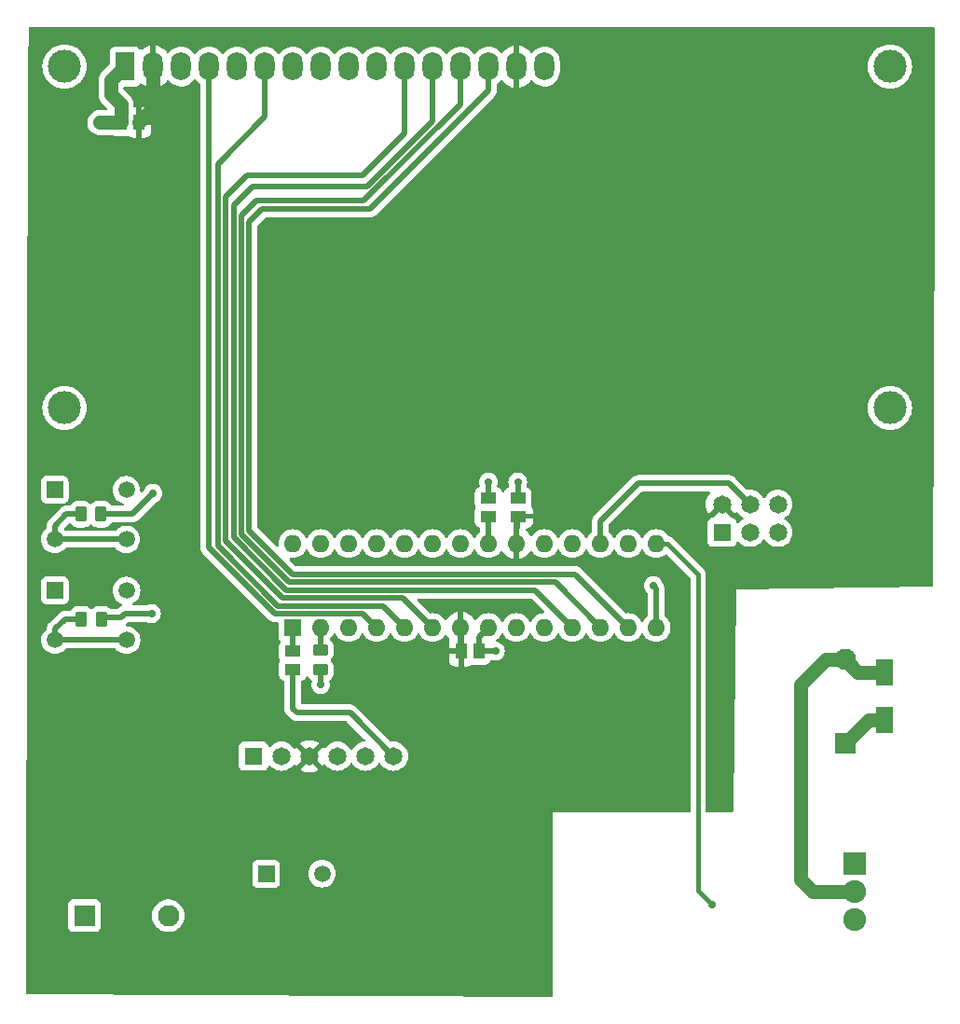
<source format=gbr>
%TF.GenerationSoftware,KiCad,Pcbnew,7.0.8*%
%TF.CreationDate,2023-10-09T21:05:16-03:00*%
%TF.ProjectId,PlacaTeste_Sillion,506c6163-6154-4657-9374-655f53696c6c,r1.0*%
%TF.SameCoordinates,Original*%
%TF.FileFunction,Copper,L2,Bot*%
%TF.FilePolarity,Positive*%
%FSLAX46Y46*%
G04 Gerber Fmt 4.6, Leading zero omitted, Abs format (unit mm)*
G04 Created by KiCad (PCBNEW 7.0.8) date 2023-10-09 21:05:16*
%MOMM*%
%LPD*%
G01*
G04 APERTURE LIST*
G04 Aperture macros list*
%AMRoundRect*
0 Rectangle with rounded corners*
0 $1 Rounding radius*
0 $2 $3 $4 $5 $6 $7 $8 $9 X,Y pos of 4 corners*
0 Add a 4 corners polygon primitive as box body*
4,1,4,$2,$3,$4,$5,$6,$7,$8,$9,$2,$3,0*
0 Add four circle primitives for the rounded corners*
1,1,$1+$1,$2,$3*
1,1,$1+$1,$4,$5*
1,1,$1+$1,$6,$7*
1,1,$1+$1,$8,$9*
0 Add four rect primitives between the rounded corners*
20,1,$1+$1,$2,$3,$4,$5,0*
20,1,$1+$1,$4,$5,$6,$7,0*
20,1,$1+$1,$6,$7,$8,$9,0*
20,1,$1+$1,$8,$9,$2,$3,0*%
G04 Aperture macros list end*
%TA.AperFunction,ComponentPad*%
%ADD10R,1.500000X1.500000*%
%TD*%
%TA.AperFunction,ComponentPad*%
%ADD11C,1.500000*%
%TD*%
%TA.AperFunction,ComponentPad*%
%ADD12R,1.650000X1.650000*%
%TD*%
%TA.AperFunction,ComponentPad*%
%ADD13C,1.650000*%
%TD*%
%TA.AperFunction,ComponentPad*%
%ADD14R,1.950000X1.950000*%
%TD*%
%TA.AperFunction,ComponentPad*%
%ADD15C,1.950000*%
%TD*%
%TA.AperFunction,ComponentPad*%
%ADD16C,3.000000*%
%TD*%
%TA.AperFunction,ComponentPad*%
%ADD17R,1.800000X2.600000*%
%TD*%
%TA.AperFunction,ComponentPad*%
%ADD18O,1.800000X2.600000*%
%TD*%
%TA.AperFunction,ComponentPad*%
%ADD19R,2.070000X2.070000*%
%TD*%
%TA.AperFunction,ComponentPad*%
%ADD20C,2.070000*%
%TD*%
%TA.AperFunction,ComponentPad*%
%ADD21R,1.600000X1.600000*%
%TD*%
%TA.AperFunction,ComponentPad*%
%ADD22O,1.600000X1.600000*%
%TD*%
%TA.AperFunction,SMDPad,CuDef*%
%ADD23RoundRect,0.250000X0.262500X0.450000X-0.262500X0.450000X-0.262500X-0.450000X0.262500X-0.450000X0*%
%TD*%
%TA.AperFunction,SMDPad,CuDef*%
%ADD24R,1.470000X0.990000*%
%TD*%
%TA.AperFunction,SMDPad,CuDef*%
%ADD25R,0.990000X1.470000*%
%TD*%
%TA.AperFunction,SMDPad,CuDef*%
%ADD26R,1.550000X2.350000*%
%TD*%
%TA.AperFunction,SMDPad,CuDef*%
%ADD27RoundRect,0.250000X-0.450000X0.262500X-0.450000X-0.262500X0.450000X-0.262500X0.450000X0.262500X0*%
%TD*%
%TA.AperFunction,ViaPad*%
%ADD28C,0.711200*%
%TD*%
%TA.AperFunction,Conductor*%
%ADD29C,0.508000*%
%TD*%
%TA.AperFunction,Conductor*%
%ADD30C,1.270000*%
%TD*%
%TA.AperFunction,Conductor*%
%ADD31C,0.381000*%
%TD*%
G04 APERTURE END LIST*
D10*
%TO.P,SW1,1,1*%
%TO.N,GND*%
X72390000Y-85670000D03*
D11*
%TO.P,SW1,2,2*%
X78890000Y-85670000D03*
%TO.P,SW1,3,3*%
%TO.N,Net-(R6-Pad2)*%
X72390000Y-90170000D03*
%TO.P,SW1,4,4*%
X78890000Y-90170000D03*
%TD*%
D12*
%TO.P,J3,1,1*%
%TO.N,/MISO*%
X132969000Y-80391000D03*
D13*
%TO.P,J3,2,2*%
%TO.N,+5V*%
X132969000Y-77851000D03*
%TO.P,J3,3,3*%
%TO.N,/SCK*%
X135509000Y-80391000D03*
%TO.P,J3,4,4*%
%TO.N,/MOSI*%
X135509000Y-77851000D03*
%TO.P,J3,5,5*%
%TO.N,/{slash}RESET*%
X138049000Y-80391000D03*
%TO.P,J3,6,6*%
%TO.N,GND*%
X138049000Y-77851000D03*
%TD*%
D14*
%TO.P,J4,1,1*%
%TO.N,+5V*%
X144145000Y-99568000D03*
D15*
%TO.P,J4,2,2*%
%TO.N,Net-(D1-A)*%
X144145000Y-91948000D03*
%TD*%
D16*
%TO.P,DS1,*%
%TO.N,*%
X73240900Y-38100000D03*
X73240900Y-69100700D03*
X148239480Y-69100700D03*
X148240000Y-38100000D03*
D17*
%TO.P,DS1,1,VSS*%
%TO.N,GND*%
X78740000Y-38100000D03*
D18*
%TO.P,DS1,2,VDD*%
%TO.N,+5V*%
X81280000Y-38100000D03*
%TO.P,DS1,3,VO*%
%TO.N,Net-(DS1-VO)*%
X83820000Y-38100000D03*
%TO.P,DS1,4,RS*%
%TO.N,/DISPLAY_RS*%
X86360000Y-38100000D03*
%TO.P,DS1,5,R/W*%
%TO.N,GND*%
X88900000Y-38100000D03*
%TO.P,DS1,6,E*%
%TO.N,/DISPLAY_EN*%
X91440000Y-38100000D03*
%TO.P,DS1,7,D0*%
%TO.N,unconnected-(DS1-D0-Pad7)*%
X93980000Y-38100000D03*
%TO.P,DS1,8,D1*%
%TO.N,unconnected-(DS1-D1-Pad8)*%
X96520000Y-38100000D03*
%TO.P,DS1,9,D2*%
%TO.N,unconnected-(DS1-D2-Pad9)*%
X99060000Y-38100000D03*
%TO.P,DS1,10,D3*%
%TO.N,unconnected-(DS1-D3-Pad10)*%
X101600000Y-38100000D03*
%TO.P,DS1,11,D4*%
%TO.N,/DISPLAY_D4*%
X104140000Y-38100000D03*
%TO.P,DS1,12,D5*%
%TO.N,/DISPLAY_D5*%
X106680000Y-38100000D03*
%TO.P,DS1,13,D6*%
%TO.N,/DISPLAY_D6*%
X109220000Y-38100000D03*
%TO.P,DS1,14,D7*%
%TO.N,/DISPLAY_D7*%
X111760000Y-38100000D03*
%TO.P,DS1,15,LED(+)*%
%TO.N,+5V*%
X114300000Y-38100000D03*
%TO.P,DS1,16,LED(-)*%
%TO.N,GND*%
X116840000Y-38100000D03*
%TD*%
D14*
%TO.P,J1,1,1*%
%TO.N,Net-(F1-Pad1)*%
X75057000Y-115189000D03*
D15*
%TO.P,J1,2,2*%
%TO.N,GND*%
X82677000Y-115189000D03*
%TD*%
D10*
%TO.P,SW2,1,1*%
%TO.N,GND*%
X72367000Y-76526000D03*
D11*
%TO.P,SW2,2,2*%
X78867000Y-76526000D03*
%TO.P,SW2,3,3*%
%TO.N,Net-(R7-Pad2)*%
X72367000Y-81026000D03*
%TO.P,SW2,4,4*%
X78867000Y-81026000D03*
%TD*%
D19*
%TO.P,Q1,1,G*%
%TO.N,Net-(Q1-G)*%
X145034000Y-110490000D03*
D20*
%TO.P,Q1,2,D*%
%TO.N,Net-(D1-A)*%
X145034000Y-113030000D03*
%TO.P,Q1,3,S*%
%TO.N,GND*%
X145034000Y-115570000D03*
%TD*%
D12*
%TO.P,J2,1,1*%
%TO.N,GND*%
X90424000Y-100711000D03*
D13*
%TO.P,J2,2,2*%
X92964000Y-100711000D03*
%TO.P,J2,3,3*%
%TO.N,+5V*%
X95504000Y-100711000D03*
%TO.P,J2,4,4*%
%TO.N,/TXD*%
X98044000Y-100711000D03*
%TO.P,J2,5,5*%
%TO.N,/RXD*%
X100584000Y-100711000D03*
%TO.P,J2,6,6*%
%TO.N,/RTS*%
X103124000Y-100711000D03*
%TD*%
D10*
%TO.P,F1,1,1*%
%TO.N,Net-(F1-Pad1)*%
X91567000Y-111379000D03*
D11*
%TO.P,F1,2,2*%
%TO.N,Net-(C1-+)*%
X96647000Y-111379000D03*
%TD*%
D21*
%TO.P,U1,1,~{RESET}/PC6*%
%TO.N,/{slash}RESET*%
X93980000Y-89027000D03*
D22*
%TO.P,U1,2,PD0*%
%TO.N,Net-(U1-PD0)*%
X96520000Y-89027000D03*
%TO.P,U1,3,PD1*%
%TO.N,/RXD*%
X99060000Y-89027000D03*
%TO.P,U1,4,PD2*%
%TO.N,/DISPLAY_RS*%
X101600000Y-89027000D03*
%TO.P,U1,5,PD3*%
%TO.N,/DISPLAY_EN*%
X104140000Y-89027000D03*
%TO.P,U1,6,PD4*%
%TO.N,/DISPLAY_D4*%
X106680000Y-89027000D03*
%TO.P,U1,7,VCC*%
%TO.N,+5V*%
X109220000Y-89027000D03*
%TO.P,U1,8,GND*%
%TO.N,GND*%
X111760000Y-89027000D03*
%TO.P,U1,9,XTAL1/PB6*%
%TO.N,/XTAL1*%
X114300000Y-89027000D03*
%TO.P,U1,10,XTAL2/PB7*%
%TO.N,/XTAL2*%
X116840000Y-89027000D03*
%TO.P,U1,11,PD5*%
%TO.N,/DISPLAY_D5*%
X119380000Y-89027000D03*
%TO.P,U1,12,PD6*%
%TO.N,/DISPLAY_D6*%
X121920000Y-89027000D03*
%TO.P,U1,13,PD7*%
%TO.N,/DISPLAY_D7*%
X124460000Y-89027000D03*
%TO.P,U1,14,PB0*%
%TO.N,/PUSHBUTTON*%
X127000000Y-89027000D03*
%TO.P,U1,15,PB1*%
%TO.N,/MOTOR_CONTROL*%
X127000000Y-81407000D03*
%TO.P,U1,16,PB2*%
%TO.N,unconnected-(U1-PB2-Pad16)*%
X124460000Y-81407000D03*
%TO.P,U1,17,PB3*%
%TO.N,/MOSI*%
X121920000Y-81407000D03*
%TO.P,U1,18,PB4*%
%TO.N,/MISO*%
X119380000Y-81407000D03*
%TO.P,U1,19,PB5*%
%TO.N,/SCK*%
X116840000Y-81407000D03*
%TO.P,U1,20,AVCC*%
%TO.N,+5V*%
X114300000Y-81407000D03*
%TO.P,U1,21,AREF*%
%TO.N,Net-(U1-AREF)*%
X111760000Y-81407000D03*
%TO.P,U1,22,GND*%
%TO.N,GND*%
X109220000Y-81407000D03*
%TO.P,U1,23,PC0*%
X106680000Y-81407000D03*
%TO.P,U1,24,PC1*%
X104140000Y-81407000D03*
%TO.P,U1,25,PC2*%
X101600000Y-81407000D03*
%TO.P,U1,26,PC3*%
X99060000Y-81407000D03*
%TO.P,U1,27,PC4*%
X96520000Y-81407000D03*
%TO.P,U1,28,PC5*%
X93980000Y-81407000D03*
%TD*%
D23*
%TO.P,R6,1*%
%TO.N,/{slash}RESET*%
X76581000Y-88265000D03*
%TO.P,R6,2*%
%TO.N,Net-(R6-Pad2)*%
X74756000Y-88265000D03*
%TD*%
D24*
%TO.P,C5,1,1*%
%TO.N,Net-(U1-AREF)*%
X111760000Y-78925000D03*
%TO.P,C5,2,2*%
%TO.N,GND*%
X111760000Y-77285000D03*
%TD*%
D25*
%TO.P,C3,1,1*%
%TO.N,+5V*%
X109289000Y-91186000D03*
%TO.P,C3,2,2*%
%TO.N,GND*%
X110929000Y-91186000D03*
%TD*%
D24*
%TO.P,C6,1,1*%
%TO.N,/{slash}RESET*%
X93980000Y-91197000D03*
%TO.P,C6,2,2*%
%TO.N,/RTS*%
X93980000Y-92837000D03*
%TD*%
D26*
%TO.P,D1,1,K*%
%TO.N,+5V*%
X147701000Y-97391000D03*
%TO.P,D1,2,A*%
%TO.N,Net-(D1-A)*%
X147701000Y-93091000D03*
%TD*%
D24*
%TO.P,C4,1,1*%
%TO.N,+5V*%
X114427000Y-78925000D03*
%TO.P,C4,2,2*%
%TO.N,GND*%
X114427000Y-77285000D03*
%TD*%
D27*
%TO.P,R1,1*%
%TO.N,Net-(U1-PD0)*%
X96520000Y-91059000D03*
%TO.P,R1,2*%
%TO.N,/TXD*%
X96520000Y-92884000D03*
%TD*%
D23*
%TO.P,R7,1*%
%TO.N,/PUSHBUTTON*%
X76552500Y-78740000D03*
%TO.P,R7,2*%
%TO.N,Net-(R7-Pad2)*%
X74727500Y-78740000D03*
%TD*%
D25*
%TO.P,C2,1,1*%
%TO.N,+5V*%
X80010000Y-43180000D03*
%TO.P,C2,2,2*%
%TO.N,GND*%
X78370000Y-43180000D03*
%TD*%
D28*
%TO.N,GND*%
X112395000Y-91186000D03*
X76454000Y-43180000D03*
X111760000Y-75819000D03*
X114427000Y-75819000D03*
%TO.N,+5V*%
X90043000Y-93472000D03*
X130683000Y-77724000D03*
X91313000Y-77343000D03*
X115443000Y-111379000D03*
%TO.N,/{slash}RESET*%
X81153000Y-87757000D03*
%TO.N,/PUSHBUTTON*%
X81280000Y-76835000D03*
X126746000Y-85217000D03*
%TO.N,/TXD*%
X96520000Y-94234000D03*
%TO.N,/MOTOR_CONTROL*%
X132080000Y-114173000D03*
%TD*%
D29*
%TO.N,GND*%
X110929000Y-91186000D02*
X112395000Y-91186000D01*
D30*
X78370000Y-43180000D02*
X76454000Y-43180000D01*
D29*
X114427000Y-77285000D02*
X114427000Y-75819000D01*
X111887000Y-88900000D02*
X111760000Y-89027000D01*
D30*
X78740000Y-38100000D02*
X77470000Y-39370000D01*
D29*
X110929000Y-91186000D02*
X110929000Y-89858000D01*
D30*
X78370000Y-41540000D02*
X78370000Y-43180000D01*
D29*
X111760000Y-77285000D02*
X111760000Y-75819000D01*
D30*
X77470000Y-40640000D02*
X78370000Y-41540000D01*
D29*
X110929000Y-89858000D02*
X111760000Y-89027000D01*
D30*
X77470000Y-39370000D02*
X77470000Y-40640000D01*
%TO.N,+5V*%
X147701000Y-97391000D02*
X146322000Y-97391000D01*
D29*
X114300000Y-81407000D02*
X114300000Y-79052000D01*
D30*
X81280000Y-41910000D02*
X81280000Y-38100000D01*
D29*
X109289000Y-91186000D02*
X109289000Y-89096000D01*
D30*
X146322000Y-97391000D02*
X144145000Y-99568000D01*
D31*
X114300000Y-79052000D02*
X114427000Y-78925000D01*
D29*
X109289000Y-89096000D02*
X109220000Y-89027000D01*
D30*
X80010000Y-43180000D02*
X81280000Y-41910000D01*
D29*
%TO.N,Net-(U1-AREF)*%
X111760000Y-78925000D02*
X111760000Y-81407000D01*
%TO.N,/{slash}RESET*%
X78359000Y-88138000D02*
X78740000Y-87757000D01*
X93980000Y-91070000D02*
X93980000Y-89027000D01*
X76708000Y-88138000D02*
X78359000Y-88138000D01*
X76581000Y-88265000D02*
X76708000Y-88138000D01*
X78740000Y-87757000D02*
X81153000Y-87757000D01*
%TO.N,/RTS*%
X94361000Y-96774000D02*
X99187000Y-96774000D01*
X93980000Y-92837000D02*
X93980000Y-96393000D01*
X93980000Y-96393000D02*
X94361000Y-96774000D01*
X99187000Y-96774000D02*
X103124000Y-100711000D01*
%TO.N,/PUSHBUTTON*%
X126746000Y-85217000D02*
X127000000Y-85471000D01*
X76552500Y-78740000D02*
X79375000Y-78740000D01*
X79375000Y-78740000D02*
X81280000Y-76835000D01*
X127000000Y-85471000D02*
X127000000Y-89027000D01*
D30*
%TO.N,Net-(D1-A)*%
X141224000Y-113030000D02*
X140081000Y-111887000D01*
X140081000Y-111887000D02*
X140081000Y-94234000D01*
X147701000Y-93091000D02*
X145288000Y-93091000D01*
X142367000Y-91948000D02*
X144145000Y-91948000D01*
X145034000Y-113030000D02*
X141224000Y-113030000D01*
X140081000Y-94234000D02*
X142367000Y-91948000D01*
X145288000Y-93091000D02*
X144145000Y-91948000D01*
D29*
%TO.N,/DISPLAY_RS*%
X92341800Y-87769800D02*
X86360000Y-81788000D01*
X86360000Y-81788000D02*
X86360000Y-38100000D01*
X100342800Y-87769800D02*
X92341800Y-87769800D01*
X101600000Y-89027000D02*
X100342800Y-87769800D01*
%TO.N,/DISPLAY_EN*%
X102171600Y-87058600D02*
X92636388Y-87058600D01*
X91440000Y-42672000D02*
X91440000Y-38100000D01*
X87180394Y-46931606D02*
X91440000Y-42672000D01*
X104140000Y-89027000D02*
X102171600Y-87058600D01*
X87180394Y-81602606D02*
X87180394Y-46931606D01*
X92636388Y-87058600D02*
X87180394Y-81602606D01*
%TO.N,/DISPLAY_D4*%
X104140000Y-44196000D02*
X104140000Y-38100000D01*
X93078400Y-86347400D02*
X87891594Y-81160594D01*
X89789000Y-48006000D02*
X100330000Y-48006000D01*
X100330000Y-48006000D02*
X104140000Y-44196000D01*
X87891594Y-49903406D02*
X89789000Y-48006000D01*
X106680000Y-89027000D02*
X104000400Y-86347400D01*
X104000400Y-86347400D02*
X93078400Y-86347400D01*
X87891594Y-81160594D02*
X87891594Y-49903406D01*
%TO.N,/DISPLAY_D5*%
X106680000Y-38100000D02*
X106680000Y-43053000D01*
X100711000Y-49022000D02*
X90297000Y-49022000D01*
X93372988Y-85636200D02*
X115989200Y-85636200D01*
X88602794Y-50716206D02*
X88602794Y-80866006D01*
X88602794Y-80866006D02*
X93372988Y-85636200D01*
X106680000Y-43053000D02*
X100711000Y-49022000D01*
X90297000Y-49022000D02*
X88602794Y-50716206D01*
X115989200Y-85636200D02*
X119380000Y-89027000D01*
%TO.N,/DISPLAY_D6*%
X89313994Y-51656006D02*
X90678000Y-50292000D01*
X109220000Y-41518788D02*
X109220000Y-38100000D01*
X117818000Y-84925000D02*
X93667576Y-84925000D01*
X90678000Y-50292000D02*
X100446788Y-50292000D01*
X121920000Y-89027000D02*
X117818000Y-84925000D01*
X100446788Y-50292000D02*
X109220000Y-41518788D01*
X93667576Y-84925000D02*
X89313994Y-80571418D01*
X89313994Y-80571418D02*
X89313994Y-51656006D01*
%TO.N,/DISPLAY_D7*%
X119646800Y-84213800D02*
X124460000Y-89027000D01*
X111760000Y-38100000D02*
X111760000Y-40259000D01*
X91186000Y-51054000D02*
X90025194Y-52214806D01*
X93962164Y-84213800D02*
X119646800Y-84213800D01*
X111760000Y-40259000D02*
X100965000Y-51054000D01*
X90025194Y-52214806D02*
X90025194Y-80276830D01*
X100965000Y-51054000D02*
X91186000Y-51054000D01*
X90025194Y-80276830D02*
X93962164Y-84213800D01*
%TO.N,/TXD*%
X96520000Y-94234000D02*
X96520000Y-92884000D01*
%TO.N,/MOSI*%
X135509000Y-77851000D02*
X133604000Y-75946000D01*
X125349000Y-75946000D02*
X121920000Y-79375000D01*
X133604000Y-75946000D02*
X125349000Y-75946000D01*
X121920000Y-79375000D02*
X121920000Y-81407000D01*
%TO.N,Net-(U1-PD0)*%
X96520000Y-91059000D02*
X96520000Y-89027000D01*
D31*
%TO.N,/MOTOR_CONTROL*%
X128016000Y-81407000D02*
X130810000Y-84201000D01*
X127000000Y-81407000D02*
X128016000Y-81407000D01*
X130810000Y-112903000D02*
X132080000Y-114173000D01*
X130810000Y-84201000D02*
X130810000Y-112903000D01*
D29*
%TO.N,Net-(R6-Pad2)*%
X73279000Y-88265000D02*
X74756000Y-88265000D01*
X72390000Y-89154000D02*
X73279000Y-88265000D01*
X72390000Y-90170000D02*
X72390000Y-89154000D01*
X78890000Y-90170000D02*
X72390000Y-90170000D01*
%TO.N,Net-(R7-Pad2)*%
X72367000Y-79779000D02*
X72367000Y-81026000D01*
X73406000Y-78740000D02*
X72367000Y-79779000D01*
X78867000Y-81026000D02*
X72367000Y-81026000D01*
X74727500Y-78740000D02*
X73406000Y-78740000D01*
%TD*%
%TA.AperFunction,Conductor*%
%TO.N,+5V*%
G36*
X152200883Y-34543386D02*
G01*
X152267861Y-34563277D01*
X152313453Y-34616221D01*
X152324500Y-34667385D01*
X152324500Y-49644000D01*
X152146608Y-85222357D01*
X152126589Y-85289297D01*
X152073557Y-85334788D01*
X152024369Y-85345725D01*
X134239000Y-85598000D01*
X133986540Y-105668560D01*
X133966014Y-105735346D01*
X133912639Y-105780433D01*
X133862550Y-105791000D01*
X131625000Y-105791000D01*
X131557961Y-105771315D01*
X131512206Y-105718511D01*
X131501000Y-105667000D01*
X131501000Y-84223752D01*
X131501113Y-84220007D01*
X131504805Y-84158972D01*
X131493782Y-84098820D01*
X131493218Y-84095116D01*
X131485848Y-84034421D01*
X131485848Y-84034418D01*
X131482360Y-84025223D01*
X131476332Y-84003601D01*
X131474558Y-83993916D01*
X131461897Y-83965785D01*
X131449458Y-83938145D01*
X131448024Y-83934684D01*
X131426344Y-83877518D01*
X131420748Y-83869411D01*
X131409725Y-83849866D01*
X131405688Y-83840895D01*
X131367972Y-83792755D01*
X131365774Y-83789768D01*
X131331020Y-83739417D01*
X131299970Y-83711909D01*
X131285237Y-83698856D01*
X131282525Y-83696304D01*
X128520686Y-80934464D01*
X128518135Y-80931753D01*
X128477583Y-80885980D01*
X128427251Y-80851238D01*
X128424234Y-80849018D01*
X128376108Y-80811314D01*
X128376099Y-80811308D01*
X128367134Y-80807274D01*
X128347586Y-80796250D01*
X128339482Y-80790656D01*
X128339478Y-80790653D01*
X128290689Y-80772150D01*
X128282302Y-80768969D01*
X128278851Y-80767540D01*
X128223081Y-80742441D01*
X128223082Y-80742441D01*
X128213395Y-80740666D01*
X128191792Y-80734644D01*
X128182582Y-80731152D01*
X128162949Y-80728768D01*
X128098772Y-80701145D01*
X128076323Y-80676796D01*
X128000047Y-80567861D01*
X128000046Y-80567860D01*
X128000044Y-80567857D01*
X127839141Y-80406954D01*
X127652734Y-80276432D01*
X127652732Y-80276431D01*
X127446497Y-80180261D01*
X127446488Y-80180258D01*
X127226697Y-80121366D01*
X127226693Y-80121365D01*
X127226692Y-80121365D01*
X127226691Y-80121364D01*
X127226686Y-80121364D01*
X127000002Y-80101532D01*
X126999998Y-80101532D01*
X126773313Y-80121364D01*
X126773302Y-80121366D01*
X126553511Y-80180258D01*
X126553502Y-80180261D01*
X126347267Y-80276431D01*
X126347265Y-80276432D01*
X126160858Y-80406954D01*
X125999954Y-80567858D01*
X125869432Y-80754265D01*
X125869431Y-80754267D01*
X125852464Y-80790653D01*
X125846871Y-80802649D01*
X125842382Y-80812275D01*
X125796209Y-80864714D01*
X125729016Y-80883866D01*
X125662135Y-80863650D01*
X125617618Y-80812275D01*
X125615286Y-80807274D01*
X125590568Y-80754266D01*
X125460047Y-80567861D01*
X125460045Y-80567858D01*
X125299141Y-80406954D01*
X125112734Y-80276432D01*
X125112732Y-80276431D01*
X124906497Y-80180261D01*
X124906488Y-80180258D01*
X124686697Y-80121366D01*
X124686693Y-80121365D01*
X124686692Y-80121365D01*
X124686691Y-80121364D01*
X124686686Y-80121364D01*
X124460002Y-80101532D01*
X124459998Y-80101532D01*
X124233313Y-80121364D01*
X124233302Y-80121366D01*
X124013511Y-80180258D01*
X124013502Y-80180261D01*
X123807267Y-80276431D01*
X123807265Y-80276432D01*
X123620858Y-80406954D01*
X123459954Y-80567858D01*
X123329432Y-80754265D01*
X123329431Y-80754267D01*
X123312464Y-80790653D01*
X123306871Y-80802649D01*
X123302382Y-80812275D01*
X123256209Y-80864714D01*
X123189016Y-80883866D01*
X123122135Y-80863650D01*
X123077618Y-80812275D01*
X123075286Y-80807274D01*
X123050568Y-80754266D01*
X122920047Y-80567861D01*
X122759139Y-80406953D01*
X122727374Y-80384710D01*
X122683751Y-80330135D01*
X122674500Y-80283138D01*
X122674500Y-79738886D01*
X122694185Y-79671847D01*
X122710819Y-79651205D01*
X125625205Y-76736819D01*
X125686528Y-76703334D01*
X125712886Y-76700500D01*
X131760978Y-76700500D01*
X131828017Y-76720185D01*
X131873772Y-76772989D01*
X131883716Y-76842147D01*
X131854691Y-76905703D01*
X131852208Y-76908483D01*
X131812907Y-76951174D01*
X131812904Y-76951178D01*
X131680567Y-77153733D01*
X131583373Y-77375315D01*
X131523976Y-77609871D01*
X131503996Y-77850994D01*
X131503996Y-77851005D01*
X131523976Y-78092128D01*
X131583373Y-78326684D01*
X131680567Y-78548266D01*
X131774463Y-78691982D01*
X132443070Y-78023374D01*
X132445884Y-78036915D01*
X132515442Y-78171156D01*
X132618638Y-78281652D01*
X132747819Y-78360209D01*
X132799002Y-78374549D01*
X132140419Y-79033131D01*
X132079096Y-79066616D01*
X132065993Y-79068740D01*
X132036516Y-79071909D01*
X131901671Y-79122202D01*
X131901664Y-79122206D01*
X131786455Y-79208452D01*
X131786452Y-79208455D01*
X131700206Y-79323664D01*
X131700202Y-79323671D01*
X131649908Y-79458517D01*
X131643501Y-79518116D01*
X131643500Y-79518135D01*
X131643500Y-81263870D01*
X131643501Y-81263876D01*
X131649908Y-81323483D01*
X131700202Y-81458328D01*
X131700206Y-81458335D01*
X131786452Y-81573544D01*
X131786455Y-81573547D01*
X131901664Y-81659793D01*
X131901671Y-81659797D01*
X132036517Y-81710091D01*
X132036516Y-81710091D01*
X132043444Y-81710835D01*
X132096127Y-81716500D01*
X133841872Y-81716499D01*
X133901483Y-81710091D01*
X134036331Y-81659796D01*
X134151546Y-81573546D01*
X134237796Y-81458331D01*
X134288091Y-81323483D01*
X134288091Y-81323481D01*
X134289874Y-81315938D01*
X134292747Y-81316616D01*
X134314191Y-81264843D01*
X134371582Y-81224993D01*
X134441407Y-81222497D01*
X134498426Y-81254965D01*
X134653731Y-81410270D01*
X134843718Y-81543301D01*
X135053921Y-81641320D01*
X135277950Y-81701349D01*
X135442985Y-81715787D01*
X135508998Y-81721563D01*
X135509000Y-81721563D01*
X135509002Y-81721563D01*
X135566894Y-81716498D01*
X135740050Y-81701349D01*
X135964079Y-81641320D01*
X136174282Y-81543301D01*
X136364269Y-81410270D01*
X136528270Y-81246269D01*
X136661301Y-81056282D01*
X136666618Y-81044878D01*
X136712790Y-80992440D01*
X136779984Y-80973288D01*
X136846865Y-80993504D01*
X136891381Y-81044878D01*
X136896699Y-81056282D01*
X137029730Y-81246269D01*
X137193731Y-81410270D01*
X137383718Y-81543301D01*
X137593921Y-81641320D01*
X137817950Y-81701349D01*
X137982985Y-81715787D01*
X138048998Y-81721563D01*
X138049000Y-81721563D01*
X138049002Y-81721563D01*
X138106894Y-81716498D01*
X138280050Y-81701349D01*
X138504079Y-81641320D01*
X138714282Y-81543301D01*
X138904269Y-81410270D01*
X139068270Y-81246269D01*
X139201301Y-81056282D01*
X139299320Y-80846079D01*
X139359349Y-80622050D01*
X139379563Y-80391000D01*
X139375991Y-80350177D01*
X139364889Y-80223273D01*
X139359349Y-80159950D01*
X139299320Y-79935921D01*
X139201301Y-79725719D01*
X139201299Y-79725716D01*
X139201298Y-79725714D01*
X139068273Y-79535735D01*
X139068268Y-79535729D01*
X138904269Y-79371730D01*
X138898378Y-79367605D01*
X138714282Y-79238699D01*
X138702878Y-79233381D01*
X138650440Y-79187210D01*
X138631288Y-79120016D01*
X138651504Y-79053135D01*
X138702878Y-79008618D01*
X138714282Y-79003301D01*
X138904269Y-78870270D01*
X139068270Y-78706269D01*
X139201301Y-78516282D01*
X139299320Y-78306079D01*
X139359349Y-78082050D01*
X139379563Y-77851000D01*
X139379562Y-77850994D01*
X139363318Y-77665321D01*
X139359349Y-77619950D01*
X139299320Y-77395921D01*
X139201301Y-77185719D01*
X139201299Y-77185716D01*
X139201298Y-77185714D01*
X139068273Y-76995735D01*
X139068268Y-76995729D01*
X138904269Y-76831730D01*
X138904263Y-76831726D01*
X138714282Y-76698699D01*
X138504079Y-76600680D01*
X138504076Y-76600679D01*
X138504074Y-76600678D01*
X138280051Y-76540651D01*
X138280044Y-76540650D01*
X138049002Y-76520437D01*
X138048998Y-76520437D01*
X137817955Y-76540650D01*
X137817948Y-76540651D01*
X137593917Y-76600681D01*
X137383718Y-76698699D01*
X137383714Y-76698701D01*
X137193735Y-76831726D01*
X137193729Y-76831731D01*
X137029731Y-76995729D01*
X137029726Y-76995735D01*
X136896701Y-77185714D01*
X136896698Y-77185720D01*
X136891381Y-77197123D01*
X136845207Y-77249562D01*
X136778013Y-77268712D01*
X136711133Y-77248495D01*
X136666619Y-77197123D01*
X136661301Y-77185720D01*
X136661298Y-77185714D01*
X136528273Y-76995735D01*
X136528268Y-76995729D01*
X136364269Y-76831730D01*
X136364263Y-76831726D01*
X136174282Y-76698699D01*
X135964079Y-76600680D01*
X135964076Y-76600679D01*
X135964074Y-76600678D01*
X135740051Y-76540651D01*
X135740044Y-76540650D01*
X135509002Y-76520437D01*
X135508998Y-76520437D01*
X135324264Y-76536598D01*
X135255764Y-76522831D01*
X135225776Y-76500751D01*
X134182766Y-75457742D01*
X134170984Y-75444109D01*
X134167104Y-75438897D01*
X134156539Y-75424706D01*
X134156537Y-75424704D01*
X134156538Y-75424704D01*
X134128932Y-75401541D01*
X134116285Y-75390928D01*
X134112310Y-75387286D01*
X134106441Y-75381417D01*
X134106440Y-75381416D01*
X134106438Y-75381414D01*
X134080584Y-75360972D01*
X134021427Y-75311333D01*
X134015394Y-75307365D01*
X134015422Y-75307321D01*
X134008961Y-75303204D01*
X134008934Y-75303250D01*
X134002790Y-75299460D01*
X133932808Y-75266827D01*
X133863815Y-75232177D01*
X133857031Y-75229708D01*
X133857049Y-75229658D01*
X133849807Y-75227141D01*
X133849791Y-75227191D01*
X133842938Y-75224920D01*
X133767311Y-75209304D01*
X133692181Y-75191498D01*
X133685014Y-75190661D01*
X133685020Y-75190607D01*
X133677405Y-75189829D01*
X133677401Y-75189883D01*
X133670210Y-75189253D01*
X133593018Y-75191500D01*
X125412992Y-75191500D01*
X125395023Y-75190191D01*
X125371089Y-75186685D01*
X125327927Y-75190462D01*
X125318758Y-75191264D01*
X125313359Y-75191500D01*
X125305057Y-75191500D01*
X125283227Y-75194051D01*
X125272312Y-75195327D01*
X125263188Y-75196125D01*
X125195392Y-75202056D01*
X125188319Y-75203517D01*
X125188308Y-75203465D01*
X125180832Y-75205122D01*
X125180845Y-75205174D01*
X125173819Y-75206839D01*
X125173816Y-75206839D01*
X125173816Y-75206840D01*
X125111239Y-75229615D01*
X125101260Y-75233247D01*
X125027962Y-75257536D01*
X125021420Y-75260587D01*
X125021397Y-75260539D01*
X125014507Y-75263875D01*
X125014531Y-75263922D01*
X125008076Y-75267163D01*
X124943555Y-75309598D01*
X124877849Y-75350127D01*
X124872179Y-75354611D01*
X124872146Y-75354569D01*
X124866214Y-75359401D01*
X124866248Y-75359442D01*
X124860717Y-75364082D01*
X124807728Y-75420247D01*
X121431742Y-78796232D01*
X121418113Y-78808011D01*
X121398706Y-78822459D01*
X121364939Y-78862700D01*
X121361295Y-78866678D01*
X121355419Y-78872555D01*
X121334972Y-78898414D01*
X121285334Y-78957570D01*
X121281366Y-78963605D01*
X121281322Y-78963576D01*
X121277209Y-78970031D01*
X121277254Y-78970059D01*
X121273459Y-78976211D01*
X121240827Y-79046191D01*
X121206176Y-79115188D01*
X121203704Y-79121979D01*
X121203655Y-79121961D01*
X121201141Y-79129193D01*
X121201191Y-79129210D01*
X121198920Y-79136062D01*
X121183304Y-79211688D01*
X121165498Y-79286818D01*
X121164661Y-79293987D01*
X121164607Y-79293980D01*
X121163830Y-79301596D01*
X121163883Y-79301601D01*
X121163253Y-79308790D01*
X121165500Y-79385981D01*
X121165500Y-80283138D01*
X121145815Y-80350177D01*
X121112626Y-80384710D01*
X121093132Y-80398361D01*
X121080861Y-80406953D01*
X120919951Y-80567862D01*
X120789432Y-80754265D01*
X120789431Y-80754267D01*
X120772464Y-80790653D01*
X120766871Y-80802649D01*
X120762382Y-80812275D01*
X120716209Y-80864714D01*
X120649016Y-80883866D01*
X120582135Y-80863650D01*
X120537618Y-80812275D01*
X120535286Y-80807274D01*
X120510568Y-80754266D01*
X120380047Y-80567861D01*
X120380045Y-80567858D01*
X120219141Y-80406954D01*
X120032734Y-80276432D01*
X120032732Y-80276431D01*
X119826497Y-80180261D01*
X119826488Y-80180258D01*
X119606697Y-80121366D01*
X119606693Y-80121365D01*
X119606692Y-80121365D01*
X119606691Y-80121364D01*
X119606686Y-80121364D01*
X119380002Y-80101532D01*
X119379998Y-80101532D01*
X119153313Y-80121364D01*
X119153302Y-80121366D01*
X118933511Y-80180258D01*
X118933502Y-80180261D01*
X118727267Y-80276431D01*
X118727265Y-80276432D01*
X118540858Y-80406954D01*
X118379954Y-80567858D01*
X118249432Y-80754265D01*
X118249431Y-80754267D01*
X118232464Y-80790653D01*
X118226871Y-80802649D01*
X118222382Y-80812275D01*
X118176209Y-80864714D01*
X118109016Y-80883866D01*
X118042135Y-80863650D01*
X117997618Y-80812275D01*
X117995286Y-80807274D01*
X117970568Y-80754266D01*
X117840047Y-80567861D01*
X117840045Y-80567858D01*
X117679141Y-80406954D01*
X117492734Y-80276432D01*
X117492732Y-80276431D01*
X117286497Y-80180261D01*
X117286488Y-80180258D01*
X117066697Y-80121366D01*
X117066693Y-80121365D01*
X117066692Y-80121365D01*
X117066691Y-80121364D01*
X117066686Y-80121364D01*
X116840002Y-80101532D01*
X116839998Y-80101532D01*
X116613313Y-80121364D01*
X116613302Y-80121366D01*
X116393511Y-80180258D01*
X116393502Y-80180261D01*
X116187267Y-80276431D01*
X116187265Y-80276432D01*
X116000858Y-80406954D01*
X115839954Y-80567858D01*
X115751571Y-80694084D01*
X115696994Y-80737709D01*
X115627496Y-80744903D01*
X115565141Y-80713380D01*
X115546187Y-80690782D01*
X115436300Y-80522586D01*
X115275232Y-80347621D01*
X115275227Y-80347616D01*
X115181604Y-80274746D01*
X115140791Y-80218035D01*
X115137118Y-80148262D01*
X115171749Y-80087579D01*
X115233691Y-80055253D01*
X115248043Y-80053275D01*
X115262122Y-80052167D01*
X115262129Y-80052166D01*
X115416188Y-80007407D01*
X115416191Y-80007406D01*
X115554285Y-79925738D01*
X115554294Y-79925731D01*
X115667731Y-79812294D01*
X115667738Y-79812285D01*
X115749406Y-79674191D01*
X115749407Y-79674188D01*
X115794166Y-79520129D01*
X115794167Y-79520123D01*
X115797000Y-79484130D01*
X115797000Y-79175000D01*
X114677000Y-79175000D01*
X114677000Y-79971000D01*
X114657315Y-80038039D01*
X114604511Y-80083794D01*
X114553000Y-80095000D01*
X114550000Y-80095000D01*
X114550000Y-81091314D01*
X114538045Y-81079359D01*
X114425148Y-81021835D01*
X114331481Y-81007000D01*
X114268519Y-81007000D01*
X114174852Y-81021835D01*
X114061955Y-81079359D01*
X114050000Y-81091314D01*
X114050000Y-80056000D01*
X114069685Y-79988961D01*
X114122489Y-79943206D01*
X114174000Y-79932000D01*
X114177000Y-79932000D01*
X114177000Y-78799000D01*
X114196685Y-78731961D01*
X114249489Y-78686206D01*
X114301000Y-78675000D01*
X115797000Y-78675000D01*
X115797000Y-78365870D01*
X115794167Y-78329876D01*
X115794166Y-78329870D01*
X115749407Y-78175811D01*
X115749406Y-78175808D01*
X115667737Y-78037713D01*
X115664381Y-78033386D01*
X115638847Y-77968349D01*
X115646180Y-77914054D01*
X115656091Y-77887483D01*
X115662500Y-77827873D01*
X115662499Y-76742128D01*
X115656091Y-76682517D01*
X115650320Y-76667045D01*
X115605797Y-76547671D01*
X115605793Y-76547664D01*
X115519547Y-76432455D01*
X115519544Y-76432452D01*
X115404335Y-76346206D01*
X115404328Y-76346202D01*
X115294024Y-76305062D01*
X115238090Y-76263191D01*
X115213673Y-76197727D01*
X115219426Y-76150562D01*
X115269005Y-75997974D01*
X115287816Y-75819000D01*
X115269005Y-75640026D01*
X115213395Y-75468875D01*
X115123415Y-75313025D01*
X115002998Y-75179289D01*
X114857408Y-75073511D01*
X114693007Y-75000315D01*
X114693006Y-75000314D01*
X114693002Y-75000313D01*
X114516980Y-74962900D01*
X114337020Y-74962900D01*
X114160997Y-75000313D01*
X113996588Y-75073513D01*
X113851000Y-75179290D01*
X113730584Y-75313026D01*
X113640604Y-75468876D01*
X113584996Y-75640022D01*
X113584995Y-75640024D01*
X113566184Y-75819000D01*
X113584995Y-75997975D01*
X113584997Y-75997980D01*
X113634573Y-76150563D01*
X113636568Y-76220404D01*
X113600487Y-76280236D01*
X113559975Y-76305062D01*
X113449671Y-76346202D01*
X113449664Y-76346206D01*
X113334455Y-76432452D01*
X113334452Y-76432455D01*
X113248206Y-76547664D01*
X113248202Y-76547671D01*
X113209682Y-76650951D01*
X113167811Y-76706885D01*
X113102347Y-76731302D01*
X113034074Y-76716451D01*
X112984668Y-76667045D01*
X112977318Y-76650951D01*
X112938797Y-76547671D01*
X112938793Y-76547664D01*
X112852547Y-76432455D01*
X112852544Y-76432452D01*
X112737335Y-76346206D01*
X112737328Y-76346202D01*
X112627024Y-76305062D01*
X112571090Y-76263191D01*
X112546673Y-76197727D01*
X112552426Y-76150562D01*
X112602005Y-75997974D01*
X112620816Y-75819000D01*
X112602005Y-75640026D01*
X112546395Y-75468875D01*
X112456415Y-75313025D01*
X112335998Y-75179289D01*
X112190408Y-75073511D01*
X112026007Y-75000315D01*
X112026006Y-75000314D01*
X112026002Y-75000313D01*
X111849980Y-74962900D01*
X111670020Y-74962900D01*
X111493997Y-75000313D01*
X111329588Y-75073513D01*
X111184000Y-75179290D01*
X111063584Y-75313026D01*
X110973604Y-75468876D01*
X110917996Y-75640022D01*
X110917995Y-75640024D01*
X110899184Y-75819000D01*
X110917995Y-75997975D01*
X110917997Y-75997980D01*
X110967573Y-76150563D01*
X110969568Y-76220404D01*
X110933487Y-76280236D01*
X110892975Y-76305062D01*
X110782671Y-76346202D01*
X110782664Y-76346206D01*
X110667455Y-76432452D01*
X110667452Y-76432455D01*
X110581206Y-76547664D01*
X110581202Y-76547671D01*
X110530908Y-76682517D01*
X110524501Y-76742116D01*
X110524501Y-76742123D01*
X110524500Y-76742135D01*
X110524500Y-77827870D01*
X110524501Y-77827876D01*
X110530908Y-77887483D01*
X110581202Y-78022328D01*
X110581207Y-78022337D01*
X110587462Y-78030693D01*
X110611877Y-78096158D01*
X110597023Y-78164430D01*
X110587462Y-78179307D01*
X110581207Y-78187662D01*
X110581202Y-78187671D01*
X110530908Y-78322517D01*
X110524501Y-78382116D01*
X110524500Y-78382135D01*
X110524500Y-79467870D01*
X110524501Y-79467876D01*
X110530908Y-79527483D01*
X110581202Y-79662328D01*
X110581206Y-79662335D01*
X110667452Y-79777544D01*
X110667455Y-79777547D01*
X110782664Y-79863793D01*
X110782671Y-79863797D01*
X110924785Y-79916802D01*
X110923531Y-79920161D01*
X110970147Y-79946290D01*
X111002951Y-80007981D01*
X111005500Y-80032995D01*
X111005500Y-80283138D01*
X110985815Y-80350177D01*
X110952626Y-80384710D01*
X110933132Y-80398361D01*
X110920861Y-80406953D01*
X110759951Y-80567862D01*
X110629432Y-80754265D01*
X110629431Y-80754267D01*
X110612464Y-80790653D01*
X110606871Y-80802649D01*
X110602382Y-80812275D01*
X110556209Y-80864714D01*
X110489016Y-80883866D01*
X110422135Y-80863650D01*
X110377618Y-80812275D01*
X110375286Y-80807274D01*
X110350568Y-80754266D01*
X110220047Y-80567861D01*
X110220045Y-80567858D01*
X110059141Y-80406954D01*
X109872734Y-80276432D01*
X109872732Y-80276431D01*
X109666497Y-80180261D01*
X109666488Y-80180258D01*
X109446697Y-80121366D01*
X109446693Y-80121365D01*
X109446692Y-80121365D01*
X109446691Y-80121364D01*
X109446686Y-80121364D01*
X109220002Y-80101532D01*
X109219998Y-80101532D01*
X108993313Y-80121364D01*
X108993302Y-80121366D01*
X108773511Y-80180258D01*
X108773502Y-80180261D01*
X108567267Y-80276431D01*
X108567265Y-80276432D01*
X108380858Y-80406954D01*
X108219954Y-80567858D01*
X108089432Y-80754265D01*
X108089431Y-80754267D01*
X108072464Y-80790653D01*
X108066871Y-80802649D01*
X108062382Y-80812275D01*
X108016209Y-80864714D01*
X107949016Y-80883866D01*
X107882135Y-80863650D01*
X107837618Y-80812275D01*
X107835286Y-80807274D01*
X107810568Y-80754266D01*
X107680047Y-80567861D01*
X107680045Y-80567858D01*
X107519141Y-80406954D01*
X107332734Y-80276432D01*
X107332732Y-80276431D01*
X107126497Y-80180261D01*
X107126488Y-80180258D01*
X106906697Y-80121366D01*
X106906693Y-80121365D01*
X106906692Y-80121365D01*
X106906691Y-80121364D01*
X106906686Y-80121364D01*
X106680002Y-80101532D01*
X106679998Y-80101532D01*
X106453313Y-80121364D01*
X106453302Y-80121366D01*
X106233511Y-80180258D01*
X106233502Y-80180261D01*
X106027267Y-80276431D01*
X106027265Y-80276432D01*
X105840858Y-80406954D01*
X105679954Y-80567858D01*
X105549432Y-80754265D01*
X105549431Y-80754267D01*
X105532464Y-80790653D01*
X105526871Y-80802649D01*
X105522382Y-80812275D01*
X105476209Y-80864714D01*
X105409016Y-80883866D01*
X105342135Y-80863650D01*
X105297618Y-80812275D01*
X105295286Y-80807274D01*
X105270568Y-80754266D01*
X105140047Y-80567861D01*
X105140045Y-80567858D01*
X104979141Y-80406954D01*
X104792734Y-80276432D01*
X104792732Y-80276431D01*
X104586497Y-80180261D01*
X104586488Y-80180258D01*
X104366697Y-80121366D01*
X104366693Y-80121365D01*
X104366692Y-80121365D01*
X104366691Y-80121364D01*
X104366686Y-80121364D01*
X104140002Y-80101532D01*
X104139998Y-80101532D01*
X103913313Y-80121364D01*
X103913302Y-80121366D01*
X103693511Y-80180258D01*
X103693502Y-80180261D01*
X103487267Y-80276431D01*
X103487265Y-80276432D01*
X103300858Y-80406954D01*
X103139954Y-80567858D01*
X103009432Y-80754265D01*
X103009431Y-80754267D01*
X102992464Y-80790653D01*
X102986871Y-80802649D01*
X102982382Y-80812275D01*
X102936209Y-80864714D01*
X102869016Y-80883866D01*
X102802135Y-80863650D01*
X102757618Y-80812275D01*
X102755286Y-80807274D01*
X102730568Y-80754266D01*
X102600047Y-80567861D01*
X102600045Y-80567858D01*
X102439141Y-80406954D01*
X102252734Y-80276432D01*
X102252732Y-80276431D01*
X102046497Y-80180261D01*
X102046488Y-80180258D01*
X101826697Y-80121366D01*
X101826693Y-80121365D01*
X101826692Y-80121365D01*
X101826691Y-80121364D01*
X101826686Y-80121364D01*
X101600002Y-80101532D01*
X101599998Y-80101532D01*
X101373313Y-80121364D01*
X101373302Y-80121366D01*
X101153511Y-80180258D01*
X101153502Y-80180261D01*
X100947267Y-80276431D01*
X100947265Y-80276432D01*
X100760858Y-80406954D01*
X100599954Y-80567858D01*
X100469432Y-80754265D01*
X100469431Y-80754267D01*
X100452464Y-80790653D01*
X100446871Y-80802649D01*
X100442382Y-80812275D01*
X100396209Y-80864714D01*
X100329016Y-80883866D01*
X100262135Y-80863650D01*
X100217618Y-80812275D01*
X100215286Y-80807274D01*
X100190568Y-80754266D01*
X100060047Y-80567861D01*
X100060045Y-80567858D01*
X99899141Y-80406954D01*
X99712734Y-80276432D01*
X99712732Y-80276431D01*
X99506497Y-80180261D01*
X99506488Y-80180258D01*
X99286697Y-80121366D01*
X99286693Y-80121365D01*
X99286692Y-80121365D01*
X99286691Y-80121364D01*
X99286686Y-80121364D01*
X99060002Y-80101532D01*
X99059998Y-80101532D01*
X98833313Y-80121364D01*
X98833302Y-80121366D01*
X98613511Y-80180258D01*
X98613502Y-80180261D01*
X98407267Y-80276431D01*
X98407265Y-80276432D01*
X98220858Y-80406954D01*
X98059954Y-80567858D01*
X97929432Y-80754265D01*
X97929431Y-80754267D01*
X97912464Y-80790653D01*
X97906871Y-80802649D01*
X97902382Y-80812275D01*
X97856209Y-80864714D01*
X97789016Y-80883866D01*
X97722135Y-80863650D01*
X97677618Y-80812275D01*
X97675286Y-80807274D01*
X97650568Y-80754266D01*
X97520047Y-80567861D01*
X97520045Y-80567858D01*
X97359141Y-80406954D01*
X97172734Y-80276432D01*
X97172732Y-80276431D01*
X96966497Y-80180261D01*
X96966488Y-80180258D01*
X96746697Y-80121366D01*
X96746693Y-80121365D01*
X96746692Y-80121365D01*
X96746691Y-80121364D01*
X96746686Y-80121364D01*
X96520002Y-80101532D01*
X96519998Y-80101532D01*
X96293313Y-80121364D01*
X96293302Y-80121366D01*
X96073511Y-80180258D01*
X96073502Y-80180261D01*
X95867267Y-80276431D01*
X95867265Y-80276432D01*
X95680858Y-80406954D01*
X95519954Y-80567858D01*
X95389432Y-80754265D01*
X95389431Y-80754267D01*
X95372464Y-80790653D01*
X95366871Y-80802649D01*
X95362382Y-80812275D01*
X95316209Y-80864714D01*
X95249016Y-80883866D01*
X95182135Y-80863650D01*
X95137618Y-80812275D01*
X95135286Y-80807274D01*
X95110568Y-80754266D01*
X94980047Y-80567861D01*
X94980045Y-80567858D01*
X94819141Y-80406954D01*
X94632734Y-80276432D01*
X94632732Y-80276431D01*
X94426497Y-80180261D01*
X94426488Y-80180258D01*
X94206697Y-80121366D01*
X94206693Y-80121365D01*
X94206692Y-80121365D01*
X94206691Y-80121364D01*
X94206686Y-80121364D01*
X93980002Y-80101532D01*
X93979998Y-80101532D01*
X93753313Y-80121364D01*
X93753302Y-80121366D01*
X93533511Y-80180258D01*
X93533502Y-80180261D01*
X93327267Y-80276431D01*
X93327265Y-80276432D01*
X93140858Y-80406954D01*
X92979954Y-80567858D01*
X92849432Y-80754265D01*
X92849431Y-80754267D01*
X92753261Y-80960502D01*
X92753258Y-80960511D01*
X92694366Y-81180302D01*
X92694364Y-81180313D01*
X92674532Y-81406998D01*
X92674532Y-81407002D01*
X92688189Y-81563104D01*
X92674422Y-81631604D01*
X92625807Y-81681787D01*
X92557778Y-81697720D01*
X92491935Y-81674345D01*
X92476980Y-81661592D01*
X90816013Y-80000625D01*
X90782528Y-79939302D01*
X90779694Y-79912944D01*
X90779694Y-69100701D01*
X146233870Y-69100701D01*
X146254284Y-69386133D01*
X146315108Y-69665737D01*
X146415115Y-69933866D01*
X146552250Y-70185009D01*
X146552255Y-70185017D01*
X146723734Y-70414087D01*
X146723750Y-70414105D01*
X146926074Y-70616429D01*
X146926092Y-70616445D01*
X147155162Y-70787924D01*
X147155170Y-70787929D01*
X147406313Y-70925064D01*
X147406312Y-70925064D01*
X147406316Y-70925065D01*
X147406319Y-70925067D01*
X147674434Y-71025069D01*
X147674440Y-71025070D01*
X147674442Y-71025071D01*
X147954046Y-71085895D01*
X147954048Y-71085895D01*
X147954052Y-71085896D01*
X148207700Y-71104037D01*
X148239479Y-71106310D01*
X148239480Y-71106310D01*
X148239481Y-71106310D01*
X148268075Y-71104264D01*
X148524908Y-71085896D01*
X148804526Y-71025069D01*
X149072641Y-70925067D01*
X149323795Y-70787926D01*
X149552875Y-70616439D01*
X149755219Y-70414095D01*
X149926706Y-70185015D01*
X150063847Y-69933861D01*
X150163849Y-69665746D01*
X150224676Y-69386128D01*
X150245090Y-69100700D01*
X150224676Y-68815272D01*
X150163849Y-68535654D01*
X150063847Y-68267539D01*
X149926706Y-68016385D01*
X149926704Y-68016382D01*
X149755225Y-67787312D01*
X149755209Y-67787294D01*
X149552885Y-67584970D01*
X149552867Y-67584954D01*
X149323797Y-67413475D01*
X149323789Y-67413470D01*
X149072646Y-67276335D01*
X149072647Y-67276335D01*
X148965395Y-67236332D01*
X148804526Y-67176331D01*
X148804523Y-67176330D01*
X148804517Y-67176328D01*
X148524913Y-67115504D01*
X148239481Y-67095090D01*
X148239479Y-67095090D01*
X147954046Y-67115504D01*
X147674442Y-67176328D01*
X147406313Y-67276335D01*
X147155170Y-67413470D01*
X147155162Y-67413475D01*
X146926092Y-67584954D01*
X146926074Y-67584970D01*
X146723750Y-67787294D01*
X146723734Y-67787312D01*
X146552255Y-68016382D01*
X146552250Y-68016390D01*
X146415115Y-68267533D01*
X146315108Y-68535662D01*
X146254284Y-68815266D01*
X146233870Y-69100698D01*
X146233870Y-69100701D01*
X90779694Y-69100701D01*
X90779694Y-52578692D01*
X90799379Y-52511653D01*
X90816013Y-52491011D01*
X91462205Y-51844819D01*
X91523528Y-51811334D01*
X91549886Y-51808500D01*
X100901000Y-51808500D01*
X100918969Y-51809809D01*
X100924350Y-51810596D01*
X100942906Y-51813315D01*
X100995248Y-51808735D01*
X101000649Y-51808500D01*
X101008934Y-51808500D01*
X101008941Y-51808500D01*
X101041674Y-51804674D01*
X101118612Y-51797943D01*
X101118615Y-51797941D01*
X101125693Y-51796481D01*
X101125704Y-51796535D01*
X101133163Y-51794881D01*
X101133151Y-51794827D01*
X101140178Y-51793160D01*
X101140184Y-51793160D01*
X101194600Y-51773354D01*
X101212740Y-51766752D01*
X101286034Y-51742465D01*
X101292581Y-51739412D01*
X101292604Y-51739462D01*
X101299498Y-51736125D01*
X101299473Y-51736075D01*
X101305916Y-51732838D01*
X101305924Y-51732836D01*
X101348937Y-51704545D01*
X101370443Y-51690401D01*
X101400051Y-51672138D01*
X101436154Y-51649870D01*
X101436159Y-51649864D01*
X101441823Y-51645387D01*
X101441857Y-51645430D01*
X101447782Y-51640604D01*
X101447747Y-51640562D01*
X101453283Y-51635916D01*
X101453282Y-51635916D01*
X101453285Y-51635915D01*
X101506271Y-51579752D01*
X112248264Y-40837758D01*
X112261883Y-40825988D01*
X112281294Y-40811539D01*
X112315075Y-40771279D01*
X112318709Y-40767313D01*
X112324583Y-40761441D01*
X112345031Y-40735580D01*
X112394667Y-40676427D01*
X112394670Y-40676420D01*
X112398637Y-40670390D01*
X112398684Y-40670421D01*
X112402790Y-40663976D01*
X112402743Y-40663947D01*
X112406535Y-40657798D01*
X112406536Y-40657795D01*
X112406539Y-40657792D01*
X112439176Y-40587800D01*
X112473824Y-40518811D01*
X112473826Y-40518799D01*
X112476293Y-40512024D01*
X112476346Y-40512043D01*
X112478858Y-40504815D01*
X112478807Y-40504798D01*
X112481079Y-40497939D01*
X112496692Y-40422322D01*
X112514500Y-40347187D01*
X112515339Y-40340015D01*
X112515391Y-40340021D01*
X112516169Y-40332406D01*
X112516116Y-40332402D01*
X112516745Y-40325211D01*
X112514500Y-40248052D01*
X112514500Y-39749394D01*
X112534185Y-39682355D01*
X112573485Y-39643805D01*
X112595795Y-39630069D01*
X112774755Y-39472564D01*
X112847754Y-39382156D01*
X112905184Y-39342364D01*
X112975012Y-39339937D01*
X113035066Y-39375648D01*
X113049034Y-39393782D01*
X113068864Y-39425141D01*
X113233206Y-39610645D01*
X113425183Y-39767389D01*
X113425188Y-39767393D01*
X113639814Y-39891307D01*
X113871549Y-39979192D01*
X113871548Y-39979192D01*
X114050000Y-40015622D01*
X114050000Y-38645881D01*
X114143369Y-38684556D01*
X114260677Y-38700000D01*
X114339323Y-38700000D01*
X114456631Y-38684556D01*
X114550000Y-38645881D01*
X114550000Y-40015919D01*
X114608030Y-40008873D01*
X114608036Y-40008871D01*
X114846083Y-39939920D01*
X114846091Y-39939917D01*
X115069997Y-39833674D01*
X115069999Y-39833672D01*
X115273962Y-39692886D01*
X115273963Y-39692885D01*
X115452700Y-39521207D01*
X115552461Y-39388450D01*
X115608471Y-39346681D01*
X115678172Y-39341824D01*
X115739434Y-39375421D01*
X115743538Y-39379994D01*
X115746418Y-39382999D01*
X115746421Y-39383003D01*
X115911379Y-39555118D01*
X116103053Y-39696879D01*
X116315926Y-39804207D01*
X116543877Y-39874016D01*
X116780346Y-39904298D01*
X117018532Y-39894180D01*
X117251581Y-39843954D01*
X117472790Y-39755064D01*
X117675795Y-39630069D01*
X117854755Y-39472564D01*
X118004523Y-39287080D01*
X118120790Y-39078954D01*
X118200211Y-38854171D01*
X118226646Y-38700000D01*
X118240499Y-38619209D01*
X118240500Y-38619198D01*
X118240500Y-38100001D01*
X146234390Y-38100001D01*
X146254804Y-38385433D01*
X146315628Y-38665037D01*
X146315630Y-38665043D01*
X146315631Y-38665046D01*
X146383615Y-38847317D01*
X146415635Y-38933166D01*
X146552770Y-39184309D01*
X146552775Y-39184317D01*
X146724254Y-39413387D01*
X146724270Y-39413405D01*
X146926594Y-39615729D01*
X146926612Y-39615745D01*
X147155682Y-39787224D01*
X147155690Y-39787229D01*
X147406833Y-39924364D01*
X147406832Y-39924364D01*
X147406836Y-39924365D01*
X147406839Y-39924367D01*
X147674954Y-40024369D01*
X147674960Y-40024370D01*
X147674962Y-40024371D01*
X147954566Y-40085195D01*
X147954568Y-40085195D01*
X147954572Y-40085196D01*
X148208220Y-40103337D01*
X148239999Y-40105610D01*
X148240000Y-40105610D01*
X148240001Y-40105610D01*
X148268595Y-40103564D01*
X148525428Y-40085196D01*
X148804449Y-40024499D01*
X148805037Y-40024371D01*
X148805037Y-40024370D01*
X148805046Y-40024369D01*
X149073161Y-39924367D01*
X149324315Y-39787226D01*
X149553395Y-39615739D01*
X149755739Y-39413395D01*
X149927226Y-39184315D01*
X150064367Y-38933161D01*
X150164369Y-38665046D01*
X150225196Y-38385428D01*
X150245610Y-38100000D01*
X150225196Y-37814572D01*
X150173276Y-37575901D01*
X150164371Y-37534962D01*
X150164370Y-37534960D01*
X150164369Y-37534954D01*
X150064367Y-37266839D01*
X150045207Y-37231751D01*
X149927229Y-37015690D01*
X149927224Y-37015682D01*
X149755745Y-36786612D01*
X149755729Y-36786594D01*
X149553405Y-36584270D01*
X149553387Y-36584254D01*
X149324317Y-36412775D01*
X149324309Y-36412770D01*
X149073166Y-36275635D01*
X149073167Y-36275635D01*
X148926167Y-36220807D01*
X148805046Y-36175631D01*
X148805043Y-36175630D01*
X148805037Y-36175628D01*
X148525433Y-36114804D01*
X148240001Y-36094390D01*
X148239999Y-36094390D01*
X147954566Y-36114804D01*
X147674962Y-36175628D01*
X147406833Y-36275635D01*
X147155690Y-36412770D01*
X147155682Y-36412775D01*
X146926612Y-36584254D01*
X146926594Y-36584270D01*
X146724270Y-36786594D01*
X146724254Y-36786612D01*
X146552775Y-37015682D01*
X146552770Y-37015690D01*
X146415635Y-37266833D01*
X146315628Y-37534962D01*
X146254804Y-37814566D01*
X146234390Y-38099998D01*
X146234390Y-38100001D01*
X118240500Y-38100001D01*
X118240500Y-37640498D01*
X118225347Y-37462463D01*
X118165275Y-37231751D01*
X118067080Y-37014519D01*
X118067075Y-37014511D01*
X117933586Y-36817006D01*
X117933582Y-36817001D01*
X117933579Y-36816997D01*
X117768621Y-36644882D01*
X117576947Y-36503121D01*
X117364074Y-36395793D01*
X117263447Y-36364976D01*
X117136121Y-36325983D01*
X116899647Y-36295701D01*
X116661471Y-36305819D01*
X116661467Y-36305819D01*
X116428419Y-36356045D01*
X116207211Y-36444935D01*
X116004203Y-36569932D01*
X115825245Y-36727435D01*
X115752245Y-36817844D01*
X115694814Y-36857636D01*
X115624987Y-36860062D01*
X115564932Y-36824352D01*
X115550965Y-36806217D01*
X115531135Y-36774858D01*
X115366793Y-36589354D01*
X115174816Y-36432610D01*
X115174811Y-36432606D01*
X114960185Y-36308692D01*
X114728462Y-36220811D01*
X114728450Y-36220807D01*
X114550000Y-36184376D01*
X114550000Y-37554118D01*
X114456631Y-37515444D01*
X114339323Y-37500000D01*
X114260677Y-37500000D01*
X114143369Y-37515444D01*
X114050000Y-37554118D01*
X114050000Y-36184080D01*
X113991962Y-36191128D01*
X113991955Y-36191129D01*
X113753916Y-36260079D01*
X113753908Y-36260082D01*
X113530002Y-36366325D01*
X113530000Y-36366327D01*
X113326037Y-36507113D01*
X113326036Y-36507114D01*
X113147299Y-36678792D01*
X113047539Y-36811549D01*
X112991528Y-36853318D01*
X112921828Y-36858175D01*
X112860566Y-36824577D01*
X112856472Y-36820015D01*
X112688620Y-36644881D01*
X112602456Y-36581155D01*
X112496947Y-36503121D01*
X112284074Y-36395793D01*
X112183447Y-36364976D01*
X112056121Y-36325983D01*
X111819647Y-36295701D01*
X111581471Y-36305819D01*
X111581467Y-36305819D01*
X111348419Y-36356045D01*
X111127211Y-36444935D01*
X110924203Y-36569932D01*
X110745245Y-36727435D01*
X110595471Y-36912928D01*
X110595458Y-36912952D01*
X110595449Y-36912960D01*
X110592522Y-36917291D01*
X110591640Y-36916695D01*
X110545570Y-36961870D01*
X110477154Y-36976051D01*
X110411933Y-36950993D01*
X110384479Y-36921897D01*
X110313586Y-36817006D01*
X110313582Y-36817001D01*
X110313579Y-36816997D01*
X110148621Y-36644882D01*
X109956947Y-36503121D01*
X109744074Y-36395793D01*
X109643447Y-36364976D01*
X109516121Y-36325983D01*
X109279647Y-36295701D01*
X109041471Y-36305819D01*
X109041467Y-36305819D01*
X108808419Y-36356045D01*
X108587211Y-36444935D01*
X108384203Y-36569932D01*
X108205245Y-36727435D01*
X108055471Y-36912928D01*
X108055458Y-36912952D01*
X108055449Y-36912960D01*
X108052522Y-36917291D01*
X108051640Y-36916695D01*
X108005570Y-36961870D01*
X107937154Y-36976051D01*
X107871933Y-36950993D01*
X107844479Y-36921897D01*
X107773586Y-36817006D01*
X107773582Y-36817001D01*
X107773579Y-36816997D01*
X107608621Y-36644882D01*
X107416947Y-36503121D01*
X107204074Y-36395793D01*
X107103447Y-36364976D01*
X106976121Y-36325983D01*
X106739647Y-36295701D01*
X106501471Y-36305819D01*
X106501467Y-36305819D01*
X106268419Y-36356045D01*
X106047211Y-36444935D01*
X105844203Y-36569932D01*
X105665245Y-36727435D01*
X105515471Y-36912928D01*
X105515458Y-36912952D01*
X105515449Y-36912960D01*
X105512522Y-36917291D01*
X105511640Y-36916695D01*
X105465570Y-36961870D01*
X105397154Y-36976051D01*
X105331933Y-36950993D01*
X105304479Y-36921897D01*
X105233586Y-36817006D01*
X105233582Y-36817001D01*
X105233579Y-36816997D01*
X105068621Y-36644882D01*
X104876947Y-36503121D01*
X104664074Y-36395793D01*
X104563447Y-36364976D01*
X104436121Y-36325983D01*
X104199647Y-36295701D01*
X103961471Y-36305819D01*
X103961467Y-36305819D01*
X103728419Y-36356045D01*
X103507211Y-36444935D01*
X103304203Y-36569932D01*
X103125245Y-36727435D01*
X102975471Y-36912928D01*
X102975458Y-36912952D01*
X102975449Y-36912960D01*
X102972522Y-36917291D01*
X102971640Y-36916695D01*
X102925570Y-36961870D01*
X102857154Y-36976051D01*
X102791933Y-36950993D01*
X102764479Y-36921897D01*
X102693586Y-36817006D01*
X102693582Y-36817001D01*
X102693579Y-36816997D01*
X102528621Y-36644882D01*
X102336947Y-36503121D01*
X102124074Y-36395793D01*
X102023447Y-36364976D01*
X101896121Y-36325983D01*
X101659647Y-36295701D01*
X101421471Y-36305819D01*
X101421467Y-36305819D01*
X101188419Y-36356045D01*
X100967211Y-36444935D01*
X100764203Y-36569932D01*
X100585245Y-36727435D01*
X100435471Y-36912928D01*
X100435458Y-36912952D01*
X100435449Y-36912960D01*
X100432522Y-36917291D01*
X100431640Y-36916695D01*
X100385570Y-36961870D01*
X100317154Y-36976051D01*
X100251933Y-36950993D01*
X100224479Y-36921897D01*
X100153586Y-36817006D01*
X100153582Y-36817001D01*
X100153579Y-36816997D01*
X99988621Y-36644882D01*
X99796947Y-36503121D01*
X99584074Y-36395793D01*
X99483447Y-36364976D01*
X99356121Y-36325983D01*
X99119647Y-36295701D01*
X98881471Y-36305819D01*
X98881467Y-36305819D01*
X98648419Y-36356045D01*
X98427211Y-36444935D01*
X98224203Y-36569932D01*
X98045245Y-36727435D01*
X97895471Y-36912928D01*
X97895458Y-36912952D01*
X97895449Y-36912960D01*
X97892522Y-36917291D01*
X97891640Y-36916695D01*
X97845570Y-36961870D01*
X97777154Y-36976051D01*
X97711933Y-36950993D01*
X97684479Y-36921897D01*
X97613586Y-36817006D01*
X97613582Y-36817001D01*
X97613579Y-36816997D01*
X97448621Y-36644882D01*
X97256947Y-36503121D01*
X97044074Y-36395793D01*
X96943447Y-36364976D01*
X96816121Y-36325983D01*
X96579647Y-36295701D01*
X96341471Y-36305819D01*
X96341467Y-36305819D01*
X96108419Y-36356045D01*
X95887211Y-36444935D01*
X95684203Y-36569932D01*
X95505245Y-36727435D01*
X95355471Y-36912928D01*
X95355458Y-36912952D01*
X95355449Y-36912960D01*
X95352522Y-36917291D01*
X95351640Y-36916695D01*
X95305570Y-36961870D01*
X95237154Y-36976051D01*
X95171933Y-36950993D01*
X95144479Y-36921897D01*
X95073586Y-36817006D01*
X95073582Y-36817001D01*
X95073579Y-36816997D01*
X94908621Y-36644882D01*
X94716947Y-36503121D01*
X94504074Y-36395793D01*
X94403447Y-36364976D01*
X94276121Y-36325983D01*
X94039647Y-36295701D01*
X93801471Y-36305819D01*
X93801467Y-36305819D01*
X93568419Y-36356045D01*
X93347211Y-36444935D01*
X93144203Y-36569932D01*
X92965245Y-36727435D01*
X92815471Y-36912928D01*
X92815458Y-36912952D01*
X92815449Y-36912960D01*
X92812522Y-36917291D01*
X92811640Y-36916695D01*
X92765570Y-36961870D01*
X92697154Y-36976051D01*
X92631933Y-36950993D01*
X92604479Y-36921897D01*
X92533586Y-36817006D01*
X92533582Y-36817001D01*
X92533579Y-36816997D01*
X92368621Y-36644882D01*
X92176947Y-36503121D01*
X91964074Y-36395793D01*
X91863447Y-36364976D01*
X91736121Y-36325983D01*
X91499647Y-36295701D01*
X91261471Y-36305819D01*
X91261467Y-36305819D01*
X91028419Y-36356045D01*
X90807211Y-36444935D01*
X90604203Y-36569932D01*
X90425245Y-36727435D01*
X90275471Y-36912928D01*
X90275458Y-36912952D01*
X90275449Y-36912960D01*
X90272522Y-36917291D01*
X90271640Y-36916695D01*
X90225570Y-36961870D01*
X90157154Y-36976051D01*
X90091933Y-36950993D01*
X90064479Y-36921897D01*
X89993586Y-36817006D01*
X89993582Y-36817001D01*
X89993579Y-36816997D01*
X89828621Y-36644882D01*
X89636947Y-36503121D01*
X89424074Y-36395793D01*
X89323447Y-36364976D01*
X89196121Y-36325983D01*
X88959647Y-36295701D01*
X88721471Y-36305819D01*
X88721467Y-36305819D01*
X88488419Y-36356045D01*
X88267211Y-36444935D01*
X88064203Y-36569932D01*
X87885245Y-36727435D01*
X87735471Y-36912928D01*
X87735458Y-36912952D01*
X87735449Y-36912960D01*
X87732522Y-36917291D01*
X87731640Y-36916695D01*
X87685570Y-36961870D01*
X87617154Y-36976051D01*
X87551933Y-36950993D01*
X87524479Y-36921897D01*
X87453586Y-36817006D01*
X87453582Y-36817001D01*
X87453579Y-36816997D01*
X87288621Y-36644882D01*
X87096947Y-36503121D01*
X86884074Y-36395793D01*
X86783447Y-36364976D01*
X86656121Y-36325983D01*
X86419647Y-36295701D01*
X86181471Y-36305819D01*
X86181467Y-36305819D01*
X85948419Y-36356045D01*
X85727211Y-36444935D01*
X85524203Y-36569932D01*
X85345245Y-36727435D01*
X85195471Y-36912928D01*
X85195458Y-36912952D01*
X85195449Y-36912960D01*
X85192522Y-36917291D01*
X85191640Y-36916695D01*
X85145570Y-36961870D01*
X85077154Y-36976051D01*
X85011933Y-36950993D01*
X84984479Y-36921897D01*
X84913586Y-36817006D01*
X84913582Y-36817001D01*
X84913579Y-36816997D01*
X84748621Y-36644882D01*
X84556947Y-36503121D01*
X84344074Y-36395793D01*
X84243447Y-36364976D01*
X84116121Y-36325983D01*
X83879647Y-36295701D01*
X83641471Y-36305819D01*
X83641467Y-36305819D01*
X83408419Y-36356045D01*
X83187211Y-36444935D01*
X82984203Y-36569932D01*
X82805245Y-36727435D01*
X82732245Y-36817844D01*
X82674814Y-36857636D01*
X82604987Y-36860062D01*
X82544932Y-36824352D01*
X82530965Y-36806217D01*
X82511135Y-36774858D01*
X82346793Y-36589354D01*
X82154816Y-36432610D01*
X82154811Y-36432606D01*
X81940185Y-36308692D01*
X81708462Y-36220811D01*
X81708450Y-36220807D01*
X81530000Y-36184376D01*
X81530000Y-37554118D01*
X81436631Y-37515444D01*
X81319323Y-37500000D01*
X81240677Y-37500000D01*
X81123369Y-37515444D01*
X81030000Y-37554118D01*
X81030000Y-36184080D01*
X80971962Y-36191128D01*
X80971955Y-36191129D01*
X80733916Y-36260079D01*
X80733908Y-36260082D01*
X80510004Y-36366324D01*
X80306030Y-36507119D01*
X80306025Y-36507123D01*
X80255867Y-36555300D01*
X80193882Y-36587543D01*
X80124305Y-36581155D01*
X80070704Y-36540181D01*
X79997546Y-36442454D01*
X79957899Y-36412774D01*
X79882335Y-36356206D01*
X79882328Y-36356202D01*
X79747482Y-36305908D01*
X79747483Y-36305908D01*
X79687883Y-36299501D01*
X79687881Y-36299500D01*
X79687873Y-36299500D01*
X79687864Y-36299500D01*
X77792129Y-36299500D01*
X77792123Y-36299501D01*
X77732516Y-36305908D01*
X77597671Y-36356202D01*
X77597664Y-36356206D01*
X77482455Y-36442452D01*
X77482452Y-36442455D01*
X77396206Y-36557664D01*
X77396202Y-36557671D01*
X77345908Y-36692517D01*
X77339501Y-36752116D01*
X77339500Y-36752135D01*
X77339500Y-37843297D01*
X77319815Y-37910336D01*
X77303181Y-37930978D01*
X76741437Y-38492721D01*
X76725695Y-38506039D01*
X76723025Y-38507940D01*
X76723024Y-38507941D01*
X76703970Y-38527925D01*
X76657538Y-38576621D01*
X76647971Y-38586187D01*
X76628842Y-38605316D01*
X76628838Y-38605321D01*
X76621615Y-38614067D01*
X76618681Y-38617372D01*
X76573378Y-38664886D01*
X76573376Y-38664889D01*
X76553326Y-38696085D01*
X76548977Y-38702041D01*
X76525358Y-38730648D01*
X76493888Y-38788280D01*
X76491630Y-38792086D01*
X76456137Y-38847316D01*
X76442354Y-38881742D01*
X76439211Y-38888414D01*
X76421432Y-38920976D01*
X76421432Y-38920977D01*
X76401435Y-38983527D01*
X76399939Y-38987690D01*
X76375541Y-39048634D01*
X76375539Y-39048641D01*
X76368519Y-39085057D01*
X76366695Y-39092203D01*
X76355402Y-39127535D01*
X76347607Y-39192729D01*
X76346925Y-39197102D01*
X76334500Y-39261571D01*
X76334500Y-39298662D01*
X76334061Y-39306029D01*
X76329658Y-39342851D01*
X76329658Y-39342856D01*
X76334342Y-39408344D01*
X76334500Y-39412769D01*
X76334500Y-40534838D01*
X76332783Y-40555403D01*
X76332241Y-40558621D01*
X76332241Y-40558624D01*
X76332241Y-40558626D01*
X76334500Y-40653517D01*
X76334500Y-40694091D01*
X76335006Y-40699394D01*
X76335575Y-40705361D01*
X76335838Y-40709774D01*
X76337402Y-40775420D01*
X76345285Y-40811662D01*
X76346422Y-40818951D01*
X76349946Y-40855865D01*
X76349947Y-40855867D01*
X76368445Y-40918869D01*
X76369539Y-40923156D01*
X76369573Y-40923310D01*
X76383498Y-40987317D01*
X76383499Y-40987319D01*
X76398096Y-41021408D01*
X76400592Y-41028352D01*
X76408034Y-41053695D01*
X76411043Y-41063942D01*
X76441128Y-41122298D01*
X76443015Y-41126303D01*
X76468860Y-41186658D01*
X76468863Y-41186663D01*
X76489650Y-41217376D01*
X76493415Y-41223722D01*
X76510412Y-41256690D01*
X76550992Y-41308292D01*
X76553603Y-41311867D01*
X76561900Y-41324125D01*
X76590411Y-41366250D01*
X76590414Y-41366253D01*
X76616630Y-41392469D01*
X76621529Y-41397988D01*
X76644463Y-41427150D01*
X76694091Y-41470153D01*
X76697316Y-41473155D01*
X76910161Y-41686000D01*
X77056980Y-41832819D01*
X77090465Y-41894142D01*
X77085481Y-41963834D01*
X77043609Y-42019767D01*
X76978145Y-42044184D01*
X76969299Y-42044500D01*
X76399909Y-42044500D01*
X76247344Y-42059068D01*
X76238128Y-42059948D01*
X76238124Y-42059949D01*
X76030061Y-42121041D01*
X75837309Y-42220412D01*
X75666848Y-42354464D01*
X75524846Y-42518344D01*
X75524837Y-42518355D01*
X75416416Y-42706148D01*
X75345489Y-42911076D01*
X75345489Y-42911078D01*
X75322526Y-43070791D01*
X75314627Y-43125727D01*
X75324944Y-43342331D01*
X75376070Y-43553071D01*
X75376070Y-43553073D01*
X75376071Y-43553075D01*
X75466155Y-43750332D01*
X75572129Y-43899152D01*
X75591944Y-43926978D01*
X75591949Y-43926984D01*
X75748885Y-44076621D01*
X75748887Y-44076622D01*
X75748888Y-44076623D01*
X75931317Y-44193863D01*
X75931320Y-44193864D01*
X75931321Y-44193865D01*
X76132624Y-44274455D01*
X76132629Y-44274456D01*
X76132638Y-44274460D01*
X76292339Y-44305240D01*
X76345572Y-44315500D01*
X76345573Y-44315500D01*
X77533561Y-44315500D01*
X77600600Y-44335185D01*
X77607872Y-44340233D01*
X77632668Y-44358795D01*
X77632671Y-44358797D01*
X77767517Y-44409091D01*
X77767516Y-44409091D01*
X77774444Y-44409835D01*
X77827127Y-44415500D01*
X78912872Y-44415499D01*
X78972483Y-44409091D01*
X78999053Y-44399180D01*
X79068743Y-44394195D01*
X79118386Y-44417381D01*
X79122713Y-44420737D01*
X79260808Y-44502406D01*
X79260811Y-44502407D01*
X79414870Y-44547166D01*
X79414876Y-44547167D01*
X79450870Y-44550000D01*
X79760000Y-44550000D01*
X79760000Y-43430000D01*
X80260000Y-43430000D01*
X80260000Y-44550000D01*
X80569130Y-44550000D01*
X80605123Y-44547167D01*
X80605129Y-44547166D01*
X80759188Y-44502407D01*
X80759191Y-44502406D01*
X80897285Y-44420738D01*
X80897294Y-44420731D01*
X81010731Y-44307294D01*
X81010738Y-44307285D01*
X81092406Y-44169191D01*
X81092407Y-44169188D01*
X81137166Y-44015129D01*
X81137167Y-44015123D01*
X81140000Y-43979130D01*
X81140000Y-43430000D01*
X80260000Y-43430000D01*
X79760000Y-43430000D01*
X79760000Y-41810000D01*
X80260000Y-41810000D01*
X80260000Y-42930000D01*
X81140000Y-42930000D01*
X81140000Y-42380870D01*
X81137167Y-42344876D01*
X81137166Y-42344870D01*
X81092407Y-42190811D01*
X81092406Y-42190808D01*
X81010738Y-42052714D01*
X81010731Y-42052705D01*
X80897294Y-41939268D01*
X80897285Y-41939261D01*
X80759191Y-41857593D01*
X80759188Y-41857592D01*
X80605129Y-41812833D01*
X80605123Y-41812832D01*
X80569130Y-41810000D01*
X80260000Y-41810000D01*
X79760000Y-41810000D01*
X79629500Y-41810000D01*
X79562461Y-41790315D01*
X79516706Y-41737511D01*
X79505500Y-41686000D01*
X79505500Y-41645162D01*
X79507218Y-41624595D01*
X79507757Y-41621385D01*
X79507759Y-41621374D01*
X79505500Y-41526482D01*
X79505500Y-41485909D01*
X79504423Y-41474635D01*
X79504160Y-41470223D01*
X79502598Y-41404581D01*
X79494716Y-41368347D01*
X79493578Y-41361055D01*
X79490053Y-41324137D01*
X79490052Y-41324136D01*
X79490052Y-41324128D01*
X79471546Y-41261104D01*
X79470460Y-41256846D01*
X79456502Y-41192683D01*
X79441900Y-41158585D01*
X79439408Y-41151654D01*
X79428957Y-41116058D01*
X79398863Y-41057685D01*
X79396983Y-41053695D01*
X79371137Y-40993337D01*
X79350343Y-40962614D01*
X79346587Y-40956285D01*
X79329588Y-40923310D01*
X79329587Y-40923308D01*
X79329584Y-40923304D01*
X79305923Y-40893218D01*
X79288995Y-40871692D01*
X79286390Y-40868125D01*
X79278092Y-40855865D01*
X79249589Y-40813750D01*
X79223356Y-40787517D01*
X79218465Y-40782005D01*
X79195538Y-40752851D01*
X79165162Y-40726530D01*
X79145907Y-40709845D01*
X79142667Y-40706828D01*
X78641819Y-40205979D01*
X78608334Y-40144656D01*
X78605500Y-40118298D01*
X78605500Y-40024499D01*
X78625185Y-39957460D01*
X78677989Y-39911705D01*
X78729500Y-39900499D01*
X79687871Y-39900499D01*
X79687872Y-39900499D01*
X79747483Y-39894091D01*
X79882331Y-39843796D01*
X79997546Y-39757546D01*
X80070102Y-39660622D01*
X80126035Y-39618752D01*
X80195726Y-39613768D01*
X80247791Y-39638883D01*
X80405183Y-39767389D01*
X80405188Y-39767393D01*
X80619814Y-39891307D01*
X80851549Y-39979192D01*
X80851548Y-39979192D01*
X81030000Y-40015622D01*
X81030000Y-38645881D01*
X81123369Y-38684556D01*
X81240677Y-38700000D01*
X81319323Y-38700000D01*
X81436631Y-38684556D01*
X81530000Y-38645881D01*
X81530000Y-40015919D01*
X81588030Y-40008873D01*
X81588036Y-40008871D01*
X81826083Y-39939920D01*
X81826091Y-39939917D01*
X82049997Y-39833674D01*
X82049999Y-39833672D01*
X82253962Y-39692886D01*
X82253963Y-39692885D01*
X82432700Y-39521207D01*
X82532461Y-39388450D01*
X82588471Y-39346681D01*
X82658172Y-39341824D01*
X82719434Y-39375421D01*
X82723538Y-39379994D01*
X82726418Y-39382999D01*
X82726421Y-39383003D01*
X82891379Y-39555118D01*
X83083053Y-39696879D01*
X83295926Y-39804207D01*
X83523877Y-39874016D01*
X83760346Y-39904298D01*
X83998532Y-39894180D01*
X84231581Y-39843954D01*
X84452790Y-39755064D01*
X84655795Y-39630069D01*
X84834755Y-39472564D01*
X84984523Y-39287080D01*
X84984529Y-39287070D01*
X84987472Y-39282717D01*
X84988357Y-39283315D01*
X85034401Y-39238144D01*
X85102813Y-39223945D01*
X85168041Y-39248987D01*
X85195520Y-39278102D01*
X85266413Y-39382993D01*
X85266418Y-39382998D01*
X85266421Y-39383003D01*
X85431379Y-39555118D01*
X85555235Y-39646720D01*
X85597429Y-39702408D01*
X85605500Y-39746415D01*
X85605500Y-81724000D01*
X85604191Y-81741969D01*
X85600684Y-81765908D01*
X85605264Y-81818241D01*
X85605500Y-81823648D01*
X85605500Y-81831946D01*
X85609325Y-81864674D01*
X85616056Y-81941610D01*
X85617516Y-81948677D01*
X85617464Y-81948687D01*
X85619123Y-81956167D01*
X85619174Y-81956155D01*
X85620839Y-81963180D01*
X85647247Y-82035740D01*
X85671535Y-82109034D01*
X85674586Y-82115575D01*
X85674536Y-82115598D01*
X85677876Y-82122497D01*
X85677925Y-82122473D01*
X85681165Y-82128925D01*
X85723599Y-82193444D01*
X85764131Y-82259156D01*
X85768611Y-82264822D01*
X85768569Y-82264855D01*
X85773401Y-82270786D01*
X85773443Y-82270752D01*
X85778081Y-82276280D01*
X85778085Y-82276285D01*
X85794120Y-82291413D01*
X85834247Y-82329272D01*
X91763034Y-88258058D01*
X91774815Y-88271690D01*
X91789261Y-88291094D01*
X91829515Y-88324871D01*
X91833487Y-88328511D01*
X91839359Y-88334383D01*
X91865215Y-88354827D01*
X91924372Y-88404467D01*
X91930409Y-88408437D01*
X91930379Y-88408482D01*
X91936838Y-88412596D01*
X91936867Y-88412550D01*
X91943006Y-88416337D01*
X91943009Y-88416339D01*
X92012991Y-88448972D01*
X92081989Y-88483624D01*
X92081994Y-88483625D01*
X92088779Y-88486095D01*
X92088760Y-88486147D01*
X92095985Y-88488658D01*
X92096003Y-88488607D01*
X92102862Y-88490880D01*
X92135019Y-88497519D01*
X92178489Y-88506495D01*
X92253612Y-88524300D01*
X92253615Y-88524300D01*
X92260786Y-88525139D01*
X92260779Y-88525192D01*
X92268394Y-88525970D01*
X92268399Y-88525917D01*
X92275589Y-88526546D01*
X92275593Y-88526545D01*
X92275594Y-88526546D01*
X92352782Y-88524300D01*
X92555500Y-88524300D01*
X92622539Y-88543985D01*
X92668294Y-88596789D01*
X92679500Y-88648300D01*
X92679500Y-89874870D01*
X92679501Y-89874876D01*
X92685908Y-89934483D01*
X92736202Y-90069328D01*
X92736206Y-90069335D01*
X92822452Y-90184544D01*
X92822453Y-90184545D01*
X92822454Y-90184546D01*
X92827539Y-90188353D01*
X92841558Y-90198847D01*
X92883430Y-90254780D01*
X92888414Y-90324472D01*
X92866515Y-90372425D01*
X92801203Y-90459669D01*
X92801202Y-90459671D01*
X92750908Y-90594517D01*
X92744501Y-90654116D01*
X92744500Y-90654135D01*
X92744500Y-91739870D01*
X92744501Y-91739876D01*
X92750908Y-91799483D01*
X92801202Y-91934328D01*
X92801207Y-91934337D01*
X92807462Y-91942693D01*
X92831877Y-92008158D01*
X92817023Y-92076430D01*
X92807462Y-92091307D01*
X92801207Y-92099662D01*
X92801202Y-92099671D01*
X92750908Y-92234517D01*
X92744501Y-92294116D01*
X92744500Y-92294135D01*
X92744500Y-93379870D01*
X92744501Y-93379876D01*
X92750908Y-93439483D01*
X92801202Y-93574328D01*
X92801206Y-93574335D01*
X92887452Y-93689544D01*
X92887455Y-93689547D01*
X93002664Y-93775793D01*
X93002671Y-93775797D01*
X93144785Y-93828802D01*
X93143531Y-93832161D01*
X93190147Y-93858290D01*
X93222951Y-93919981D01*
X93225500Y-93944995D01*
X93225500Y-96329000D01*
X93224191Y-96346969D01*
X93220684Y-96370908D01*
X93225264Y-96423241D01*
X93225500Y-96428648D01*
X93225500Y-96436946D01*
X93229325Y-96469674D01*
X93236056Y-96546610D01*
X93237516Y-96553677D01*
X93237464Y-96553687D01*
X93239123Y-96561167D01*
X93239174Y-96561155D01*
X93240839Y-96568180D01*
X93267247Y-96640740D01*
X93291535Y-96714034D01*
X93294586Y-96720575D01*
X93294536Y-96720598D01*
X93297876Y-96727497D01*
X93297925Y-96727473D01*
X93301165Y-96733925D01*
X93343599Y-96798444D01*
X93384131Y-96864156D01*
X93388611Y-96869822D01*
X93388569Y-96869855D01*
X93393401Y-96875786D01*
X93393443Y-96875752D01*
X93398081Y-96881280D01*
X93398085Y-96881285D01*
X93426166Y-96907778D01*
X93454247Y-96934272D01*
X93782234Y-97262258D01*
X93794016Y-97275891D01*
X93808461Y-97295294D01*
X93848706Y-97329064D01*
X93852696Y-97332720D01*
X93858559Y-97338583D01*
X93884419Y-97359031D01*
X93943573Y-97408667D01*
X93943577Y-97408669D01*
X93949607Y-97412635D01*
X93949576Y-97412680D01*
X93956038Y-97416797D01*
X93956067Y-97416751D01*
X93962204Y-97420537D01*
X93962207Y-97420538D01*
X93962208Y-97420539D01*
X94032199Y-97453176D01*
X94101189Y-97487824D01*
X94101194Y-97487825D01*
X94107979Y-97490295D01*
X94107960Y-97490347D01*
X94115188Y-97492859D01*
X94115206Y-97492808D01*
X94122057Y-97495077D01*
X94122060Y-97495079D01*
X94197677Y-97510692D01*
X94272812Y-97528500D01*
X94272821Y-97528500D01*
X94279985Y-97529338D01*
X94279978Y-97529391D01*
X94287595Y-97530169D01*
X94287600Y-97530116D01*
X94294789Y-97530745D01*
X94294792Y-97530744D01*
X94294793Y-97530745D01*
X94371947Y-97528500D01*
X98823114Y-97528500D01*
X98890153Y-97548185D01*
X98910795Y-97564819D01*
X100526923Y-99180947D01*
X100560408Y-99242270D01*
X100555424Y-99311962D01*
X100513552Y-99367895D01*
X100450049Y-99392156D01*
X100352955Y-99400650D01*
X100352948Y-99400651D01*
X100128917Y-99460681D01*
X99918718Y-99558699D01*
X99918714Y-99558701D01*
X99728735Y-99691726D01*
X99728729Y-99691731D01*
X99564731Y-99855729D01*
X99564726Y-99855735D01*
X99431701Y-100045714D01*
X99431698Y-100045720D01*
X99426381Y-100057123D01*
X99380207Y-100109562D01*
X99313013Y-100128712D01*
X99246133Y-100108495D01*
X99201619Y-100057123D01*
X99196301Y-100045720D01*
X99196298Y-100045714D01*
X99063273Y-99855735D01*
X99063268Y-99855729D01*
X98899269Y-99691730D01*
X98830624Y-99643664D01*
X98709282Y-99558699D01*
X98499079Y-99460680D01*
X98499076Y-99460679D01*
X98499074Y-99460678D01*
X98275051Y-99400651D01*
X98275044Y-99400650D01*
X98044002Y-99380437D01*
X98043998Y-99380437D01*
X97812955Y-99400650D01*
X97812948Y-99400651D01*
X97588917Y-99460681D01*
X97378718Y-99558699D01*
X97378714Y-99558701D01*
X97188735Y-99691726D01*
X97188729Y-99691731D01*
X97024731Y-99855729D01*
X97024723Y-99855738D01*
X96956287Y-99953475D01*
X96901710Y-99997100D01*
X96832212Y-100004292D01*
X96769857Y-99972769D01*
X96750905Y-99950173D01*
X96698535Y-99870016D01*
X96029929Y-100538622D01*
X96027116Y-100525085D01*
X95957558Y-100390844D01*
X95854362Y-100280348D01*
X95725181Y-100201791D01*
X95673995Y-100187449D01*
X96345552Y-99515893D01*
X96305278Y-99484546D01*
X96092486Y-99369388D01*
X96092481Y-99369386D01*
X95863640Y-99290825D01*
X95624978Y-99251000D01*
X95383022Y-99251000D01*
X95144359Y-99290825D01*
X94915518Y-99369386D01*
X94915513Y-99369388D01*
X94702721Y-99484547D01*
X94662446Y-99515893D01*
X94662445Y-99515893D01*
X95332431Y-100185878D01*
X95215542Y-100236651D01*
X95098261Y-100332066D01*
X95011072Y-100455585D01*
X94980645Y-100541198D01*
X94309463Y-99870016D01*
X94309462Y-99870016D01*
X94257093Y-99950172D01*
X94203946Y-99995529D01*
X94134715Y-100004952D01*
X94071379Y-99975449D01*
X94051710Y-99953473D01*
X93983273Y-99855735D01*
X93983268Y-99855729D01*
X93819269Y-99691730D01*
X93750624Y-99643664D01*
X93629282Y-99558699D01*
X93419079Y-99460680D01*
X93419076Y-99460679D01*
X93419074Y-99460678D01*
X93195051Y-99400651D01*
X93195044Y-99400650D01*
X92964002Y-99380437D01*
X92963998Y-99380437D01*
X92732955Y-99400650D01*
X92732948Y-99400651D01*
X92508917Y-99460681D01*
X92298718Y-99558699D01*
X92298714Y-99558701D01*
X92108735Y-99691726D01*
X91953426Y-99847035D01*
X91892103Y-99880519D01*
X91822411Y-99875535D01*
X91766478Y-99833663D01*
X91747517Y-99785443D01*
X91744876Y-99786068D01*
X91743092Y-99778520D01*
X91692797Y-99643671D01*
X91692793Y-99643664D01*
X91606547Y-99528455D01*
X91606544Y-99528452D01*
X91491335Y-99442206D01*
X91491328Y-99442202D01*
X91356482Y-99391908D01*
X91356483Y-99391908D01*
X91296883Y-99385501D01*
X91296881Y-99385500D01*
X91296873Y-99385500D01*
X91296864Y-99385500D01*
X89551129Y-99385500D01*
X89551123Y-99385501D01*
X89491516Y-99391908D01*
X89356671Y-99442202D01*
X89356664Y-99442206D01*
X89241455Y-99528452D01*
X89241452Y-99528455D01*
X89155206Y-99643664D01*
X89155202Y-99643671D01*
X89104908Y-99778517D01*
X89098501Y-99838116D01*
X89098500Y-99838135D01*
X89098500Y-101583870D01*
X89098501Y-101583876D01*
X89104908Y-101643483D01*
X89155202Y-101778328D01*
X89155206Y-101778335D01*
X89241452Y-101893544D01*
X89241455Y-101893547D01*
X89356664Y-101979793D01*
X89356671Y-101979797D01*
X89491517Y-102030091D01*
X89491516Y-102030091D01*
X89498444Y-102030835D01*
X89551127Y-102036500D01*
X91296872Y-102036499D01*
X91356483Y-102030091D01*
X91491331Y-101979796D01*
X91606546Y-101893546D01*
X91692796Y-101778331D01*
X91743091Y-101643483D01*
X91743091Y-101643481D01*
X91744874Y-101635938D01*
X91747747Y-101636616D01*
X91769191Y-101584843D01*
X91826582Y-101544993D01*
X91896407Y-101542497D01*
X91953426Y-101574965D01*
X92108731Y-101730270D01*
X92298718Y-101863301D01*
X92508921Y-101961320D01*
X92732950Y-102021349D01*
X92897985Y-102035787D01*
X92963998Y-102041563D01*
X92964000Y-102041563D01*
X92964002Y-102041563D01*
X93021894Y-102036498D01*
X93195050Y-102021349D01*
X93419079Y-101961320D01*
X93629282Y-101863301D01*
X93819269Y-101730270D01*
X93983270Y-101566269D01*
X94051711Y-101468524D01*
X94106288Y-101424900D01*
X94175786Y-101417706D01*
X94238141Y-101449229D01*
X94257094Y-101471826D01*
X94309463Y-101551982D01*
X94978070Y-100883375D01*
X94980884Y-100896915D01*
X95050442Y-101031156D01*
X95153638Y-101141652D01*
X95282819Y-101220209D01*
X95334002Y-101234549D01*
X94662446Y-101906105D01*
X94702720Y-101937452D01*
X94915513Y-102052611D01*
X94915518Y-102052613D01*
X95144359Y-102131174D01*
X95383022Y-102171000D01*
X95624978Y-102171000D01*
X95863640Y-102131174D01*
X96092481Y-102052613D01*
X96092486Y-102052611D01*
X96305284Y-101937449D01*
X96305285Y-101937448D01*
X96345552Y-101906106D01*
X96345553Y-101906105D01*
X95675568Y-101236121D01*
X95792458Y-101185349D01*
X95909739Y-101089934D01*
X95996928Y-100966415D01*
X96027354Y-100880801D01*
X96698535Y-101551982D01*
X96750905Y-101471826D01*
X96804051Y-101426469D01*
X96873283Y-101417046D01*
X96936618Y-101446548D01*
X96956287Y-101468524D01*
X97024724Y-101566262D01*
X97024726Y-101566264D01*
X97024730Y-101566269D01*
X97188731Y-101730270D01*
X97378718Y-101863301D01*
X97588921Y-101961320D01*
X97812950Y-102021349D01*
X97977985Y-102035787D01*
X98043998Y-102041563D01*
X98044000Y-102041563D01*
X98044002Y-102041563D01*
X98101894Y-102036498D01*
X98275050Y-102021349D01*
X98499079Y-101961320D01*
X98709282Y-101863301D01*
X98899269Y-101730270D01*
X99063270Y-101566269D01*
X99196301Y-101376282D01*
X99201618Y-101364878D01*
X99247790Y-101312440D01*
X99314984Y-101293288D01*
X99381865Y-101313504D01*
X99426381Y-101364878D01*
X99431699Y-101376282D01*
X99564730Y-101566269D01*
X99728731Y-101730270D01*
X99918718Y-101863301D01*
X100128921Y-101961320D01*
X100352950Y-102021349D01*
X100517985Y-102035787D01*
X100583998Y-102041563D01*
X100584000Y-102041563D01*
X100584002Y-102041563D01*
X100641894Y-102036498D01*
X100815050Y-102021349D01*
X101039079Y-101961320D01*
X101249282Y-101863301D01*
X101439269Y-101730270D01*
X101603270Y-101566269D01*
X101736301Y-101376282D01*
X101741618Y-101364878D01*
X101787790Y-101312440D01*
X101854984Y-101293288D01*
X101921865Y-101313504D01*
X101966381Y-101364878D01*
X101971699Y-101376282D01*
X102104730Y-101566269D01*
X102268731Y-101730270D01*
X102458718Y-101863301D01*
X102668921Y-101961320D01*
X102892950Y-102021349D01*
X103057985Y-102035787D01*
X103123998Y-102041563D01*
X103124000Y-102041563D01*
X103124002Y-102041563D01*
X103181894Y-102036498D01*
X103355050Y-102021349D01*
X103579079Y-101961320D01*
X103789282Y-101863301D01*
X103979269Y-101730270D01*
X104143270Y-101566269D01*
X104276301Y-101376282D01*
X104374320Y-101166079D01*
X104434349Y-100942050D01*
X104454563Y-100711000D01*
X104451248Y-100673114D01*
X104444681Y-100598047D01*
X104434349Y-100479950D01*
X104374320Y-100255921D01*
X104276301Y-100045719D01*
X104276299Y-100045716D01*
X104276298Y-100045714D01*
X104143273Y-99855735D01*
X104143268Y-99855729D01*
X103979269Y-99691730D01*
X103910624Y-99643664D01*
X103789282Y-99558699D01*
X103579079Y-99460680D01*
X103579076Y-99460679D01*
X103579074Y-99460678D01*
X103355051Y-99400651D01*
X103355044Y-99400650D01*
X103124002Y-99380437D01*
X103123998Y-99380437D01*
X102939264Y-99396598D01*
X102870764Y-99382831D01*
X102840776Y-99360751D01*
X99765766Y-96285742D01*
X99753984Y-96272109D01*
X99750604Y-96267569D01*
X99739539Y-96252706D01*
X99739537Y-96252704D01*
X99739538Y-96252704D01*
X99711932Y-96229541D01*
X99699285Y-96218928D01*
X99695310Y-96215286D01*
X99689441Y-96209417D01*
X99689440Y-96209416D01*
X99689438Y-96209414D01*
X99663584Y-96188972D01*
X99604427Y-96139333D01*
X99598394Y-96135365D01*
X99598422Y-96135321D01*
X99591961Y-96131204D01*
X99591934Y-96131250D01*
X99585790Y-96127460D01*
X99515808Y-96094827D01*
X99446815Y-96060177D01*
X99440031Y-96057708D01*
X99440049Y-96057658D01*
X99432807Y-96055141D01*
X99432791Y-96055191D01*
X99425938Y-96052920D01*
X99350311Y-96037304D01*
X99275181Y-96019498D01*
X99268014Y-96018661D01*
X99268020Y-96018607D01*
X99260405Y-96017829D01*
X99260401Y-96017883D01*
X99253210Y-96017253D01*
X99176018Y-96019500D01*
X94858500Y-96019500D01*
X94791461Y-95999815D01*
X94745706Y-95947011D01*
X94734500Y-95895500D01*
X94734500Y-93944995D01*
X94754185Y-93877956D01*
X94806989Y-93832201D01*
X94815417Y-93829343D01*
X94815215Y-93828802D01*
X94932715Y-93784977D01*
X94957331Y-93775796D01*
X95072546Y-93689546D01*
X95158796Y-93574331D01*
X95180714Y-93515563D01*
X95222584Y-93459631D01*
X95288048Y-93435213D01*
X95356321Y-93450064D01*
X95402434Y-93493800D01*
X95477285Y-93615152D01*
X95477288Y-93615156D01*
X95601344Y-93739212D01*
X95660656Y-93775796D01*
X95667727Y-93780157D01*
X95714452Y-93832105D01*
X95725675Y-93901067D01*
X95720562Y-93924013D01*
X95677997Y-94055019D01*
X95677995Y-94055024D01*
X95659184Y-94234000D01*
X95663446Y-94274555D01*
X95677995Y-94412974D01*
X95733605Y-94584125D01*
X95823585Y-94739975D01*
X95944002Y-94873711D01*
X96089592Y-94979489D01*
X96253993Y-95052685D01*
X96253996Y-95052685D01*
X96253997Y-95052686D01*
X96282128Y-95058665D01*
X96430020Y-95090100D01*
X96609980Y-95090100D01*
X96786007Y-95052685D01*
X96950408Y-94979489D01*
X97095998Y-94873711D01*
X97216415Y-94739975D01*
X97306395Y-94584125D01*
X97362005Y-94412974D01*
X97380816Y-94234000D01*
X97362005Y-94055026D01*
X97319437Y-93924013D01*
X97317442Y-93854172D01*
X97353523Y-93794340D01*
X97372266Y-93780160D01*
X97438656Y-93739212D01*
X97562712Y-93615156D01*
X97654814Y-93465834D01*
X97709999Y-93299297D01*
X97720500Y-93196509D01*
X97720499Y-92571492D01*
X97718916Y-92556000D01*
X97709999Y-92468703D01*
X97709998Y-92468700D01*
X97694357Y-92421498D01*
X97654814Y-92302166D01*
X97562712Y-92152844D01*
X97469049Y-92059181D01*
X97435564Y-91997858D01*
X97440548Y-91928166D01*
X97469049Y-91883819D01*
X97484741Y-91868127D01*
X97562712Y-91790156D01*
X97654814Y-91640834D01*
X97709999Y-91474297D01*
X97713911Y-91436000D01*
X108159000Y-91436000D01*
X108159000Y-91985130D01*
X108161832Y-92021123D01*
X108161833Y-92021129D01*
X108206592Y-92175188D01*
X108206593Y-92175191D01*
X108288261Y-92313285D01*
X108288268Y-92313294D01*
X108401705Y-92426731D01*
X108401714Y-92426738D01*
X108539808Y-92508406D01*
X108539811Y-92508407D01*
X108693870Y-92553166D01*
X108693876Y-92553167D01*
X108729870Y-92556000D01*
X109039000Y-92556000D01*
X109039000Y-91436000D01*
X108159000Y-91436000D01*
X97713911Y-91436000D01*
X97720500Y-91371509D01*
X97720499Y-90746492D01*
X97713709Y-90680026D01*
X97709999Y-90643703D01*
X97709998Y-90643700D01*
X97654814Y-90477166D01*
X97562712Y-90327844D01*
X97438656Y-90203788D01*
X97438655Y-90203787D01*
X97413634Y-90188354D01*
X97366910Y-90136406D01*
X97355689Y-90067443D01*
X97383533Y-90003361D01*
X97391040Y-89995145D01*
X97520047Y-89866139D01*
X97650568Y-89679734D01*
X97677618Y-89621724D01*
X97723790Y-89569285D01*
X97790983Y-89550133D01*
X97857865Y-89570348D01*
X97902382Y-89621725D01*
X97929429Y-89679728D01*
X97929432Y-89679734D01*
X98059954Y-89866141D01*
X98220858Y-90027045D01*
X98220861Y-90027047D01*
X98407266Y-90157568D01*
X98613504Y-90253739D01*
X98833308Y-90312635D01*
X98995230Y-90326801D01*
X99059998Y-90332468D01*
X99060000Y-90332468D01*
X99060002Y-90332468D01*
X99116673Y-90327509D01*
X99286692Y-90312635D01*
X99506496Y-90253739D01*
X99712734Y-90157568D01*
X99899139Y-90027047D01*
X100060047Y-89866139D01*
X100190568Y-89679734D01*
X100217618Y-89621724D01*
X100263790Y-89569285D01*
X100330983Y-89550133D01*
X100397865Y-89570348D01*
X100442382Y-89621725D01*
X100469429Y-89679728D01*
X100469432Y-89679734D01*
X100599954Y-89866141D01*
X100760858Y-90027045D01*
X100760861Y-90027047D01*
X100947266Y-90157568D01*
X101153504Y-90253739D01*
X101373308Y-90312635D01*
X101535230Y-90326801D01*
X101599998Y-90332468D01*
X101600000Y-90332468D01*
X101600002Y-90332468D01*
X101656673Y-90327509D01*
X101826692Y-90312635D01*
X102046496Y-90253739D01*
X102252734Y-90157568D01*
X102439139Y-90027047D01*
X102600047Y-89866139D01*
X102730568Y-89679734D01*
X102757618Y-89621724D01*
X102803790Y-89569285D01*
X102870983Y-89550133D01*
X102937865Y-89570348D01*
X102982382Y-89621725D01*
X103009429Y-89679728D01*
X103009432Y-89679734D01*
X103139954Y-89866141D01*
X103300858Y-90027045D01*
X103300861Y-90027047D01*
X103487266Y-90157568D01*
X103693504Y-90253739D01*
X103913308Y-90312635D01*
X104075230Y-90326801D01*
X104139998Y-90332468D01*
X104140000Y-90332468D01*
X104140002Y-90332468D01*
X104196673Y-90327509D01*
X104366692Y-90312635D01*
X104586496Y-90253739D01*
X104792734Y-90157568D01*
X104979139Y-90027047D01*
X105140047Y-89866139D01*
X105270568Y-89679734D01*
X105297618Y-89621724D01*
X105343790Y-89569285D01*
X105410983Y-89550133D01*
X105477865Y-89570348D01*
X105522382Y-89621725D01*
X105549429Y-89679728D01*
X105549432Y-89679734D01*
X105679954Y-89866141D01*
X105840858Y-90027045D01*
X105840861Y-90027047D01*
X106027266Y-90157568D01*
X106233504Y-90253739D01*
X106453308Y-90312635D01*
X106615230Y-90326801D01*
X106679998Y-90332468D01*
X106680000Y-90332468D01*
X106680002Y-90332468D01*
X106736673Y-90327509D01*
X106906692Y-90312635D01*
X107126496Y-90253739D01*
X107332734Y-90157568D01*
X107519139Y-90027047D01*
X107680047Y-89866139D01*
X107768430Y-89739913D01*
X107823004Y-89696290D01*
X107892502Y-89689096D01*
X107954857Y-89720618D01*
X107973812Y-89743217D01*
X108083699Y-89911413D01*
X108198880Y-90036532D01*
X108229802Y-90099186D01*
X108221942Y-90168613D01*
X108214385Y-90183632D01*
X108206595Y-90196805D01*
X108206592Y-90196811D01*
X108161833Y-90350870D01*
X108161832Y-90350876D01*
X108159000Y-90386870D01*
X108159000Y-90936000D01*
X109039000Y-90936000D01*
X109039000Y-90502000D01*
X109006319Y-90469319D01*
X108972834Y-90407996D01*
X108970000Y-90381638D01*
X108970000Y-89342686D01*
X108981955Y-89354641D01*
X109094852Y-89412165D01*
X109188519Y-89427000D01*
X109251481Y-89427000D01*
X109345148Y-89412165D01*
X109458045Y-89354641D01*
X109470000Y-89342686D01*
X109470000Y-89776000D01*
X109502681Y-89808681D01*
X109536166Y-89870004D01*
X109539000Y-89896362D01*
X109539000Y-92556000D01*
X109848130Y-92556000D01*
X109884123Y-92553167D01*
X109884129Y-92553166D01*
X110038188Y-92508407D01*
X110038191Y-92508406D01*
X110176282Y-92426740D01*
X110180604Y-92423388D01*
X110245639Y-92397848D01*
X110299947Y-92405181D01*
X110326516Y-92415091D01*
X110333444Y-92415835D01*
X110386127Y-92421500D01*
X111471872Y-92421499D01*
X111531483Y-92415091D01*
X111666331Y-92364796D01*
X111781546Y-92278546D01*
X111867796Y-92163331D01*
X111909636Y-92051149D01*
X111951506Y-91995217D01*
X112016970Y-91970799D01*
X112076253Y-91981203D01*
X112128993Y-92004685D01*
X112305020Y-92042100D01*
X112484980Y-92042100D01*
X112661007Y-92004685D01*
X112825408Y-91931489D01*
X112970998Y-91825711D01*
X113091415Y-91691975D01*
X113181395Y-91536125D01*
X113237005Y-91364974D01*
X113255816Y-91186000D01*
X113237005Y-91007026D01*
X113181395Y-90835875D01*
X113091415Y-90680025D01*
X112970998Y-90546289D01*
X112825408Y-90440511D01*
X112661007Y-90367315D01*
X112661003Y-90367314D01*
X112519704Y-90337280D01*
X112458222Y-90304088D01*
X112424446Y-90242924D01*
X112429098Y-90173210D01*
X112470703Y-90117078D01*
X112474315Y-90114448D01*
X112599139Y-90027047D01*
X112760047Y-89866139D01*
X112890568Y-89679734D01*
X112917618Y-89621724D01*
X112963790Y-89569285D01*
X113030983Y-89550133D01*
X113097865Y-89570348D01*
X113142382Y-89621725D01*
X113169429Y-89679728D01*
X113169432Y-89679734D01*
X113299954Y-89866141D01*
X113460858Y-90027045D01*
X113460861Y-90027047D01*
X113647266Y-90157568D01*
X113853504Y-90253739D01*
X114073308Y-90312635D01*
X114235230Y-90326801D01*
X114299998Y-90332468D01*
X114300000Y-90332468D01*
X114300002Y-90332468D01*
X114356673Y-90327509D01*
X114526692Y-90312635D01*
X114746496Y-90253739D01*
X114952734Y-90157568D01*
X115139139Y-90027047D01*
X115300047Y-89866139D01*
X115430568Y-89679734D01*
X115457618Y-89621724D01*
X115503790Y-89569285D01*
X115570983Y-89550133D01*
X115637865Y-89570348D01*
X115682382Y-89621725D01*
X115709429Y-89679728D01*
X115709432Y-89679734D01*
X115839954Y-89866141D01*
X116000858Y-90027045D01*
X116000861Y-90027047D01*
X116187266Y-90157568D01*
X116393504Y-90253739D01*
X116613308Y-90312635D01*
X116775230Y-90326801D01*
X116839998Y-90332468D01*
X116840000Y-90332468D01*
X116840002Y-90332468D01*
X116896673Y-90327509D01*
X117066692Y-90312635D01*
X117286496Y-90253739D01*
X117492734Y-90157568D01*
X117679139Y-90027047D01*
X117840047Y-89866139D01*
X117970568Y-89679734D01*
X117997618Y-89621724D01*
X118043790Y-89569285D01*
X118110983Y-89550133D01*
X118177865Y-89570348D01*
X118222382Y-89621725D01*
X118249429Y-89679728D01*
X118249432Y-89679734D01*
X118379954Y-89866141D01*
X118540858Y-90027045D01*
X118540861Y-90027047D01*
X118727266Y-90157568D01*
X118933504Y-90253739D01*
X119153308Y-90312635D01*
X119315230Y-90326801D01*
X119379998Y-90332468D01*
X119380000Y-90332468D01*
X119380002Y-90332468D01*
X119436673Y-90327509D01*
X119606692Y-90312635D01*
X119826496Y-90253739D01*
X120032734Y-90157568D01*
X120219139Y-90027047D01*
X120380047Y-89866139D01*
X120510568Y-89679734D01*
X120537618Y-89621724D01*
X120583790Y-89569285D01*
X120650983Y-89550133D01*
X120717865Y-89570348D01*
X120762382Y-89621725D01*
X120789429Y-89679728D01*
X120789432Y-89679734D01*
X120919954Y-89866141D01*
X121080858Y-90027045D01*
X121080861Y-90027047D01*
X121267266Y-90157568D01*
X121473504Y-90253739D01*
X121693308Y-90312635D01*
X121855230Y-90326801D01*
X121919998Y-90332468D01*
X121920000Y-90332468D01*
X121920002Y-90332468D01*
X121976673Y-90327509D01*
X122146692Y-90312635D01*
X122366496Y-90253739D01*
X122572734Y-90157568D01*
X122759139Y-90027047D01*
X122920047Y-89866139D01*
X123050568Y-89679734D01*
X123077618Y-89621724D01*
X123123790Y-89569285D01*
X123190983Y-89550133D01*
X123257865Y-89570348D01*
X123302382Y-89621725D01*
X123329429Y-89679728D01*
X123329432Y-89679734D01*
X123459954Y-89866141D01*
X123620858Y-90027045D01*
X123620861Y-90027047D01*
X123807266Y-90157568D01*
X124013504Y-90253739D01*
X124233308Y-90312635D01*
X124395230Y-90326801D01*
X124459998Y-90332468D01*
X124460000Y-90332468D01*
X124460002Y-90332468D01*
X124516673Y-90327509D01*
X124686692Y-90312635D01*
X124906496Y-90253739D01*
X125112734Y-90157568D01*
X125299139Y-90027047D01*
X125460047Y-89866139D01*
X125590568Y-89679734D01*
X125617618Y-89621724D01*
X125663790Y-89569285D01*
X125730983Y-89550133D01*
X125797865Y-89570348D01*
X125842382Y-89621725D01*
X125869429Y-89679728D01*
X125869432Y-89679734D01*
X125999954Y-89866141D01*
X126160858Y-90027045D01*
X126160861Y-90027047D01*
X126347266Y-90157568D01*
X126553504Y-90253739D01*
X126773308Y-90312635D01*
X126935230Y-90326801D01*
X126999998Y-90332468D01*
X127000000Y-90332468D01*
X127000002Y-90332468D01*
X127056673Y-90327509D01*
X127226692Y-90312635D01*
X127446496Y-90253739D01*
X127652734Y-90157568D01*
X127839139Y-90027047D01*
X128000047Y-89866139D01*
X128130568Y-89679734D01*
X128226739Y-89473496D01*
X128285635Y-89253692D01*
X128305468Y-89027000D01*
X128285635Y-88800308D01*
X128226739Y-88580504D01*
X128130568Y-88374266D01*
X128000047Y-88187861D01*
X127839139Y-88026953D01*
X127807374Y-88004710D01*
X127763751Y-87950135D01*
X127754500Y-87903138D01*
X127754500Y-85534992D01*
X127755809Y-85517022D01*
X127756194Y-85514388D01*
X127759314Y-85493093D01*
X127754735Y-85440759D01*
X127754500Y-85435358D01*
X127754500Y-85427065D01*
X127754500Y-85427059D01*
X127750672Y-85394312D01*
X127743943Y-85317388D01*
X127743941Y-85317384D01*
X127742483Y-85310318D01*
X127742537Y-85310306D01*
X127740881Y-85302837D01*
X127740827Y-85302850D01*
X127739160Y-85295822D01*
X127739160Y-85295816D01*
X127712752Y-85223260D01*
X127688464Y-85149964D01*
X127688461Y-85149960D01*
X127685412Y-85143419D01*
X127685461Y-85143395D01*
X127682128Y-85136509D01*
X127682079Y-85136534D01*
X127678835Y-85130075D01*
X127636400Y-85065555D01*
X127595872Y-84999849D01*
X127591392Y-84994183D01*
X127591434Y-84994149D01*
X127586601Y-84988216D01*
X127586561Y-84988251D01*
X127578021Y-84978074D01*
X127555077Y-84936684D01*
X127534102Y-84872129D01*
X127532395Y-84866875D01*
X127442415Y-84711025D01*
X127327048Y-84582898D01*
X127321999Y-84577290D01*
X127301579Y-84562454D01*
X127182870Y-84476206D01*
X127176411Y-84471513D01*
X127176410Y-84471512D01*
X127176408Y-84471511D01*
X127012007Y-84398315D01*
X127012006Y-84398314D01*
X127012002Y-84398313D01*
X126835980Y-84360900D01*
X126656020Y-84360900D01*
X126479997Y-84398313D01*
X126315588Y-84471513D01*
X126170000Y-84577290D01*
X126049584Y-84711026D01*
X125959604Y-84866876D01*
X125903996Y-85038022D01*
X125903995Y-85038024D01*
X125885184Y-85217000D01*
X125903995Y-85395975D01*
X125903996Y-85395977D01*
X125943325Y-85517022D01*
X125959605Y-85567125D01*
X126049585Y-85722975D01*
X126170002Y-85856711D01*
X126194384Y-85874425D01*
X126237050Y-85929754D01*
X126245500Y-85974744D01*
X126245500Y-87903138D01*
X126225815Y-87970177D01*
X126192626Y-88004710D01*
X126160861Y-88026953D01*
X125999951Y-88187862D01*
X125869432Y-88374265D01*
X125869431Y-88374267D01*
X125842382Y-88432275D01*
X125796209Y-88484714D01*
X125729016Y-88503866D01*
X125662135Y-88483650D01*
X125617618Y-88432275D01*
X125610187Y-88416339D01*
X125590568Y-88374266D01*
X125460047Y-88187861D01*
X125460045Y-88187858D01*
X125299141Y-88026954D01*
X125112734Y-87896432D01*
X125112732Y-87896431D01*
X124906497Y-87800261D01*
X124906488Y-87800258D01*
X124686697Y-87741366D01*
X124686693Y-87741365D01*
X124686692Y-87741365D01*
X124686691Y-87741364D01*
X124686686Y-87741364D01*
X124460002Y-87721532D01*
X124459997Y-87721532D01*
X124298339Y-87735674D01*
X124229840Y-87721907D01*
X124199852Y-87699827D01*
X120225566Y-83725542D01*
X120213784Y-83711909D01*
X120204066Y-83698856D01*
X120199339Y-83692506D01*
X120199337Y-83692504D01*
X120199338Y-83692504D01*
X120171732Y-83669341D01*
X120159085Y-83658728D01*
X120155110Y-83655086D01*
X120149241Y-83649217D01*
X120149240Y-83649216D01*
X120149238Y-83649214D01*
X120123384Y-83628772D01*
X120064227Y-83579133D01*
X120058194Y-83575165D01*
X120058222Y-83575121D01*
X120051761Y-83571004D01*
X120051734Y-83571050D01*
X120045590Y-83567260D01*
X119975608Y-83534627D01*
X119906615Y-83499977D01*
X119899831Y-83497508D01*
X119899849Y-83497458D01*
X119892607Y-83494941D01*
X119892591Y-83494991D01*
X119885738Y-83492720D01*
X119810111Y-83477104D01*
X119734981Y-83459298D01*
X119727814Y-83458461D01*
X119727820Y-83458407D01*
X119720205Y-83457629D01*
X119720201Y-83457683D01*
X119713010Y-83457053D01*
X119635818Y-83459300D01*
X94326050Y-83459300D01*
X94259011Y-83439615D01*
X94238369Y-83422981D01*
X93725407Y-82910019D01*
X93691922Y-82848696D01*
X93696906Y-82779004D01*
X93738778Y-82723071D01*
X93804242Y-82698654D01*
X93823887Y-82698809D01*
X93961629Y-82710860D01*
X93979999Y-82712468D01*
X93980000Y-82712468D01*
X93980002Y-82712468D01*
X94036673Y-82707509D01*
X94206692Y-82692635D01*
X94426496Y-82633739D01*
X94632734Y-82537568D01*
X94819139Y-82407047D01*
X94980047Y-82246139D01*
X95110568Y-82059734D01*
X95137618Y-82001724D01*
X95183790Y-81949285D01*
X95250983Y-81930133D01*
X95317865Y-81950348D01*
X95362382Y-82001725D01*
X95389429Y-82059728D01*
X95389432Y-82059734D01*
X95519954Y-82246141D01*
X95680858Y-82407045D01*
X95680861Y-82407047D01*
X95867266Y-82537568D01*
X96073504Y-82633739D01*
X96293308Y-82692635D01*
X96455230Y-82706801D01*
X96519998Y-82712468D01*
X96520000Y-82712468D01*
X96520002Y-82712468D01*
X96576673Y-82707509D01*
X96746692Y-82692635D01*
X96966496Y-82633739D01*
X97172734Y-82537568D01*
X97359139Y-82407047D01*
X97520047Y-82246139D01*
X97650568Y-82059734D01*
X97677618Y-82001724D01*
X97723790Y-81949285D01*
X97790983Y-81930133D01*
X97857865Y-81950348D01*
X97902382Y-82001725D01*
X97929429Y-82059728D01*
X97929432Y-82059734D01*
X98059954Y-82246141D01*
X98220858Y-82407045D01*
X98220861Y-82407047D01*
X98407266Y-82537568D01*
X98613504Y-82633739D01*
X98833308Y-82692635D01*
X98995230Y-82706801D01*
X99059998Y-82712468D01*
X99060000Y-82712468D01*
X99060002Y-82712468D01*
X99116673Y-82707509D01*
X99286692Y-82692635D01*
X99506496Y-82633739D01*
X99712734Y-82537568D01*
X99899139Y-82407047D01*
X100060047Y-82246139D01*
X100190568Y-82059734D01*
X100217618Y-82001724D01*
X100263790Y-81949285D01*
X100330983Y-81930133D01*
X100397865Y-81950348D01*
X100442382Y-82001725D01*
X100469429Y-82059728D01*
X100469432Y-82059734D01*
X100599954Y-82246141D01*
X100760858Y-82407045D01*
X100760861Y-82407047D01*
X100947266Y-82537568D01*
X101153504Y-82633739D01*
X101373308Y-82692635D01*
X101535230Y-82706801D01*
X101599998Y-82712468D01*
X101600000Y-82712468D01*
X101600002Y-82712468D01*
X101656673Y-82707509D01*
X101826692Y-82692635D01*
X102046496Y-82633739D01*
X102252734Y-82537568D01*
X102439139Y-82407047D01*
X102600047Y-82246139D01*
X102730568Y-82059734D01*
X102757618Y-82001724D01*
X102803790Y-81949285D01*
X102870983Y-81930133D01*
X102937865Y-81950348D01*
X102982382Y-82001725D01*
X103009429Y-82059728D01*
X103009432Y-82059734D01*
X103139954Y-82246141D01*
X103300858Y-82407045D01*
X103300861Y-82407047D01*
X103487266Y-82537568D01*
X103693504Y-82633739D01*
X103913308Y-82692635D01*
X104075230Y-82706801D01*
X104139998Y-82712468D01*
X104140000Y-82712468D01*
X104140002Y-82712468D01*
X104196673Y-82707509D01*
X104366692Y-82692635D01*
X104586496Y-82633739D01*
X104792734Y-82537568D01*
X104979139Y-82407047D01*
X105140047Y-82246139D01*
X105270568Y-82059734D01*
X105297618Y-82001724D01*
X105343790Y-81949285D01*
X105410983Y-81930133D01*
X105477865Y-81950348D01*
X105522382Y-82001725D01*
X105549429Y-82059728D01*
X105549432Y-82059734D01*
X105679954Y-82246141D01*
X105840858Y-82407045D01*
X105840861Y-82407047D01*
X106027266Y-82537568D01*
X106233504Y-82633739D01*
X106453308Y-82692635D01*
X106615230Y-82706801D01*
X106679998Y-82712468D01*
X106680000Y-82712468D01*
X106680002Y-82712468D01*
X106736673Y-82707509D01*
X106906692Y-82692635D01*
X107126496Y-82633739D01*
X107332734Y-82537568D01*
X107519139Y-82407047D01*
X107680047Y-82246139D01*
X107810568Y-82059734D01*
X107837618Y-82001724D01*
X107883790Y-81949285D01*
X107950983Y-81930133D01*
X108017865Y-81950348D01*
X108062382Y-82001725D01*
X108089429Y-82059728D01*
X108089432Y-82059734D01*
X108219954Y-82246141D01*
X108380858Y-82407045D01*
X108380861Y-82407047D01*
X108567266Y-82537568D01*
X108773504Y-82633739D01*
X108993308Y-82692635D01*
X109155230Y-82706801D01*
X109219998Y-82712468D01*
X109220000Y-82712468D01*
X109220002Y-82712468D01*
X109276673Y-82707509D01*
X109446692Y-82692635D01*
X109666496Y-82633739D01*
X109872734Y-82537568D01*
X110059139Y-82407047D01*
X110220047Y-82246139D01*
X110350568Y-82059734D01*
X110377618Y-82001724D01*
X110423790Y-81949285D01*
X110490983Y-81930133D01*
X110557865Y-81950348D01*
X110602382Y-82001725D01*
X110629429Y-82059728D01*
X110629432Y-82059734D01*
X110759954Y-82246141D01*
X110920858Y-82407045D01*
X110920861Y-82407047D01*
X111107266Y-82537568D01*
X111313504Y-82633739D01*
X111533308Y-82692635D01*
X111695230Y-82706801D01*
X111759998Y-82712468D01*
X111760000Y-82712468D01*
X111760002Y-82712468D01*
X111816673Y-82707509D01*
X111986692Y-82692635D01*
X112206496Y-82633739D01*
X112412734Y-82537568D01*
X112599139Y-82407047D01*
X112760047Y-82246139D01*
X112848430Y-82119913D01*
X112903004Y-82076290D01*
X112972502Y-82069096D01*
X113034857Y-82100618D01*
X113053812Y-82123217D01*
X113163699Y-82291413D01*
X113324767Y-82466378D01*
X113324772Y-82466383D01*
X113512437Y-82612449D01*
X113512442Y-82612452D01*
X113721585Y-82725634D01*
X113721599Y-82725640D01*
X113946518Y-82802856D01*
X114050000Y-82820124D01*
X114050000Y-81722686D01*
X114061955Y-81734641D01*
X114174852Y-81792165D01*
X114268519Y-81807000D01*
X114331481Y-81807000D01*
X114425148Y-81792165D01*
X114538045Y-81734641D01*
X114550000Y-81722686D01*
X114550000Y-82820123D01*
X114653481Y-82802856D01*
X114878400Y-82725640D01*
X114878414Y-82725634D01*
X115087557Y-82612452D01*
X115087562Y-82612449D01*
X115275227Y-82466383D01*
X115275232Y-82466378D01*
X115436300Y-82291413D01*
X115546187Y-82123217D01*
X115599333Y-82077860D01*
X115668564Y-82068436D01*
X115731900Y-82097938D01*
X115751571Y-82119915D01*
X115839954Y-82246141D01*
X116000858Y-82407045D01*
X116000861Y-82407047D01*
X116187266Y-82537568D01*
X116393504Y-82633739D01*
X116613308Y-82692635D01*
X116775230Y-82706801D01*
X116839998Y-82712468D01*
X116840000Y-82712468D01*
X116840002Y-82712468D01*
X116896673Y-82707509D01*
X117066692Y-82692635D01*
X117286496Y-82633739D01*
X117492734Y-82537568D01*
X117679139Y-82407047D01*
X117840047Y-82246139D01*
X117970568Y-82059734D01*
X117997618Y-82001724D01*
X118043790Y-81949285D01*
X118110983Y-81930133D01*
X118177865Y-81950348D01*
X118222382Y-82001725D01*
X118249429Y-82059728D01*
X118249432Y-82059734D01*
X118379954Y-82246141D01*
X118540858Y-82407045D01*
X118540861Y-82407047D01*
X118727266Y-82537568D01*
X118933504Y-82633739D01*
X119153308Y-82692635D01*
X119315230Y-82706801D01*
X119379998Y-82712468D01*
X119380000Y-82712468D01*
X119380002Y-82712468D01*
X119436673Y-82707509D01*
X119606692Y-82692635D01*
X119826496Y-82633739D01*
X120032734Y-82537568D01*
X120219139Y-82407047D01*
X120380047Y-82246139D01*
X120510568Y-82059734D01*
X120537618Y-82001724D01*
X120583790Y-81949285D01*
X120650983Y-81930133D01*
X120717865Y-81950348D01*
X120762382Y-82001725D01*
X120789429Y-82059728D01*
X120789432Y-82059734D01*
X120919954Y-82246141D01*
X121080858Y-82407045D01*
X121080861Y-82407047D01*
X121267266Y-82537568D01*
X121473504Y-82633739D01*
X121693308Y-82692635D01*
X121855230Y-82706801D01*
X121919998Y-82712468D01*
X121920000Y-82712468D01*
X121920002Y-82712468D01*
X121976673Y-82707509D01*
X122146692Y-82692635D01*
X122366496Y-82633739D01*
X122572734Y-82537568D01*
X122759139Y-82407047D01*
X122920047Y-82246139D01*
X123050568Y-82059734D01*
X123077618Y-82001724D01*
X123123790Y-81949285D01*
X123190983Y-81930133D01*
X123257865Y-81950348D01*
X123302382Y-82001725D01*
X123329429Y-82059728D01*
X123329432Y-82059734D01*
X123459954Y-82246141D01*
X123620858Y-82407045D01*
X123620861Y-82407047D01*
X123807266Y-82537568D01*
X124013504Y-82633739D01*
X124233308Y-82692635D01*
X124395230Y-82706801D01*
X124459998Y-82712468D01*
X124460000Y-82712468D01*
X124460002Y-82712468D01*
X124516673Y-82707509D01*
X124686692Y-82692635D01*
X124906496Y-82633739D01*
X125112734Y-82537568D01*
X125299139Y-82407047D01*
X125460047Y-82246139D01*
X125590568Y-82059734D01*
X125617618Y-82001724D01*
X125663790Y-81949285D01*
X125730983Y-81930133D01*
X125797865Y-81950348D01*
X125842382Y-82001725D01*
X125869429Y-82059728D01*
X125869432Y-82059734D01*
X125999954Y-82246141D01*
X126160858Y-82407045D01*
X126160861Y-82407047D01*
X126347266Y-82537568D01*
X126553504Y-82633739D01*
X126773308Y-82692635D01*
X126935230Y-82706801D01*
X126999998Y-82712468D01*
X127000000Y-82712468D01*
X127000002Y-82712468D01*
X127056673Y-82707509D01*
X127226692Y-82692635D01*
X127446496Y-82633739D01*
X127652734Y-82537568D01*
X127839139Y-82407047D01*
X127851299Y-82394885D01*
X127912620Y-82361400D01*
X127982312Y-82366382D01*
X128026663Y-82394884D01*
X130082681Y-84450902D01*
X130116166Y-84512225D01*
X130119000Y-84538583D01*
X130119000Y-105667000D01*
X130099315Y-105734039D01*
X130046511Y-105779794D01*
X129995000Y-105791000D01*
X117602000Y-105791000D01*
X117602000Y-122431000D01*
X117582315Y-122498039D01*
X117529511Y-122543794D01*
X117478000Y-122555000D01*
X117475000Y-122555000D01*
X69846695Y-122301657D01*
X69779762Y-122281616D01*
X69734288Y-122228570D01*
X69723356Y-122177305D01*
X69740572Y-116211870D01*
X73581500Y-116211870D01*
X73581501Y-116211876D01*
X73587908Y-116271483D01*
X73638202Y-116406328D01*
X73638206Y-116406335D01*
X73724452Y-116521544D01*
X73724455Y-116521547D01*
X73839664Y-116607793D01*
X73839671Y-116607797D01*
X73974517Y-116658091D01*
X73974516Y-116658091D01*
X73981444Y-116658835D01*
X74034127Y-116664500D01*
X76079872Y-116664499D01*
X76139483Y-116658091D01*
X76274331Y-116607796D01*
X76389546Y-116521546D01*
X76475796Y-116406331D01*
X76526091Y-116271483D01*
X76532500Y-116211873D01*
X76532500Y-115189005D01*
X81196443Y-115189005D01*
X81216634Y-115432683D01*
X81216636Y-115432695D01*
X81276663Y-115669734D01*
X81374888Y-115893666D01*
X81508632Y-116098378D01*
X81674242Y-116278277D01*
X81674252Y-116278286D01*
X81867208Y-116428470D01*
X81867212Y-116428473D01*
X82039197Y-116521547D01*
X82082267Y-116544855D01*
X82082270Y-116544856D01*
X82313541Y-116624251D01*
X82313543Y-116624251D01*
X82313545Y-116624252D01*
X82554737Y-116664500D01*
X82554738Y-116664500D01*
X82799262Y-116664500D01*
X82799263Y-116664500D01*
X83040455Y-116624252D01*
X83271733Y-116544855D01*
X83486788Y-116428473D01*
X83679754Y-116278281D01*
X83845368Y-116098377D01*
X83979111Y-115893667D01*
X84077336Y-115669736D01*
X84137364Y-115432692D01*
X84157557Y-115189000D01*
X84149688Y-115094037D01*
X84137365Y-114945316D01*
X84137363Y-114945304D01*
X84077336Y-114708265D01*
X84064488Y-114678975D01*
X83979111Y-114484333D01*
X83845368Y-114279623D01*
X83845367Y-114279621D01*
X83679757Y-114099722D01*
X83679747Y-114099713D01*
X83486791Y-113949529D01*
X83486787Y-113949526D01*
X83271734Y-113833145D01*
X83271729Y-113833143D01*
X83040458Y-113753748D01*
X82837664Y-113719908D01*
X82799263Y-113713500D01*
X82554737Y-113713500D01*
X82516336Y-113719908D01*
X82313541Y-113753748D01*
X82082270Y-113833143D01*
X82082265Y-113833145D01*
X81867212Y-113949526D01*
X81867208Y-113949529D01*
X81674252Y-114099713D01*
X81674242Y-114099722D01*
X81508632Y-114279621D01*
X81374888Y-114484333D01*
X81276663Y-114708265D01*
X81216636Y-114945304D01*
X81216634Y-114945316D01*
X81196443Y-115188994D01*
X81196443Y-115189005D01*
X76532500Y-115189005D01*
X76532499Y-114166128D01*
X76526091Y-114106517D01*
X76523553Y-114099713D01*
X76475797Y-113971671D01*
X76475793Y-113971664D01*
X76389547Y-113856455D01*
X76389544Y-113856452D01*
X76274335Y-113770206D01*
X76274328Y-113770202D01*
X76139482Y-113719908D01*
X76139483Y-113719908D01*
X76079883Y-113713501D01*
X76079881Y-113713500D01*
X76079873Y-113713500D01*
X76079864Y-113713500D01*
X74034129Y-113713500D01*
X74034123Y-113713501D01*
X73974516Y-113719908D01*
X73839671Y-113770202D01*
X73839664Y-113770206D01*
X73724455Y-113856452D01*
X73724452Y-113856455D01*
X73638206Y-113971664D01*
X73638202Y-113971671D01*
X73587908Y-114106517D01*
X73581567Y-114165500D01*
X73581501Y-114166123D01*
X73581500Y-114166135D01*
X73581500Y-116211870D01*
X69740572Y-116211870D01*
X69752217Y-112176870D01*
X90316500Y-112176870D01*
X90316501Y-112176876D01*
X90322908Y-112236483D01*
X90373202Y-112371328D01*
X90373206Y-112371335D01*
X90459452Y-112486544D01*
X90459455Y-112486547D01*
X90574664Y-112572793D01*
X90574671Y-112572797D01*
X90709517Y-112623091D01*
X90709516Y-112623091D01*
X90716444Y-112623835D01*
X90769127Y-112629500D01*
X92364872Y-112629499D01*
X92424483Y-112623091D01*
X92559331Y-112572796D01*
X92674546Y-112486546D01*
X92760796Y-112371331D01*
X92811091Y-112236483D01*
X92817500Y-112176873D01*
X92817500Y-111379002D01*
X95391723Y-111379002D01*
X95410793Y-111596975D01*
X95410793Y-111596979D01*
X95467422Y-111808322D01*
X95467424Y-111808326D01*
X95467425Y-111808330D01*
X95507607Y-111894500D01*
X95559897Y-112006638D01*
X95570947Y-112022419D01*
X95685402Y-112185877D01*
X95840123Y-112340598D01*
X96019361Y-112466102D01*
X96217670Y-112558575D01*
X96429023Y-112615207D01*
X96611926Y-112631208D01*
X96646998Y-112634277D01*
X96647000Y-112634277D01*
X96647002Y-112634277D01*
X96675254Y-112631805D01*
X96864977Y-112615207D01*
X97076330Y-112558575D01*
X97274639Y-112466102D01*
X97453877Y-112340598D01*
X97608598Y-112185877D01*
X97734102Y-112006639D01*
X97826575Y-111808330D01*
X97883207Y-111596977D01*
X97902277Y-111379000D01*
X97883207Y-111161023D01*
X97826575Y-110949670D01*
X97734102Y-110751362D01*
X97734100Y-110751359D01*
X97734099Y-110751357D01*
X97608599Y-110572124D01*
X97557991Y-110521516D01*
X97453877Y-110417402D01*
X97274639Y-110291898D01*
X97274640Y-110291898D01*
X97274638Y-110291897D01*
X97175484Y-110245661D01*
X97076330Y-110199425D01*
X97076326Y-110199424D01*
X97076322Y-110199422D01*
X96864977Y-110142793D01*
X96647002Y-110123723D01*
X96646998Y-110123723D01*
X96519151Y-110134908D01*
X96429023Y-110142793D01*
X96429020Y-110142793D01*
X96217677Y-110199422D01*
X96217668Y-110199426D01*
X96019361Y-110291898D01*
X96019357Y-110291900D01*
X95840121Y-110417402D01*
X95685402Y-110572121D01*
X95559900Y-110751357D01*
X95559898Y-110751361D01*
X95467426Y-110949668D01*
X95467422Y-110949677D01*
X95410793Y-111161020D01*
X95410793Y-111161024D01*
X95391723Y-111378997D01*
X95391723Y-111379002D01*
X92817500Y-111379002D01*
X92817499Y-110581128D01*
X92811091Y-110521517D01*
X92760796Y-110386669D01*
X92760795Y-110386668D01*
X92760793Y-110386664D01*
X92674547Y-110271455D01*
X92674544Y-110271452D01*
X92559335Y-110185206D01*
X92559328Y-110185202D01*
X92424482Y-110134908D01*
X92424483Y-110134908D01*
X92364883Y-110128501D01*
X92364881Y-110128500D01*
X92364873Y-110128500D01*
X92364864Y-110128500D01*
X90769129Y-110128500D01*
X90769123Y-110128501D01*
X90709516Y-110134908D01*
X90574671Y-110185202D01*
X90574664Y-110185206D01*
X90459455Y-110271452D01*
X90459452Y-110271455D01*
X90373206Y-110386664D01*
X90373202Y-110386671D01*
X90322908Y-110521517D01*
X90317468Y-110572121D01*
X90316501Y-110581123D01*
X90316500Y-110581135D01*
X90316500Y-112176870D01*
X69752217Y-112176870D01*
X69815730Y-90170002D01*
X71134723Y-90170002D01*
X71137247Y-90198847D01*
X71153238Y-90381638D01*
X71153793Y-90387975D01*
X71153793Y-90387979D01*
X71210422Y-90599322D01*
X71210424Y-90599326D01*
X71210425Y-90599330D01*
X71235972Y-90654116D01*
X71302897Y-90797638D01*
X71302898Y-90797639D01*
X71428402Y-90976877D01*
X71583123Y-91131598D01*
X71762361Y-91257102D01*
X71960670Y-91349575D01*
X72172023Y-91406207D01*
X72351503Y-91421909D01*
X72389998Y-91425277D01*
X72390000Y-91425277D01*
X72390002Y-91425277D01*
X72428497Y-91421909D01*
X72607977Y-91406207D01*
X72819330Y-91349575D01*
X73017639Y-91257102D01*
X73196877Y-91131598D01*
X73351598Y-90976877D01*
X73351605Y-90976866D01*
X73355080Y-90972727D01*
X73356048Y-90973539D01*
X73405825Y-90933752D01*
X73452823Y-90924500D01*
X77827177Y-90924500D01*
X77894216Y-90944185D01*
X77924382Y-90973177D01*
X77924920Y-90972727D01*
X77928399Y-90976873D01*
X77928402Y-90976877D01*
X78083123Y-91131598D01*
X78262361Y-91257102D01*
X78460670Y-91349575D01*
X78672023Y-91406207D01*
X78851503Y-91421909D01*
X78889998Y-91425277D01*
X78890000Y-91425277D01*
X78890002Y-91425277D01*
X78928497Y-91421909D01*
X79107977Y-91406207D01*
X79319330Y-91349575D01*
X79517639Y-91257102D01*
X79696877Y-91131598D01*
X79851598Y-90976877D01*
X79977102Y-90797639D01*
X80069575Y-90599330D01*
X80126207Y-90387977D01*
X80143671Y-90188353D01*
X80145277Y-90170002D01*
X80145277Y-90169997D01*
X80136470Y-90069335D01*
X80126207Y-89952023D01*
X80077384Y-89769812D01*
X80069577Y-89740677D01*
X80069576Y-89740676D01*
X80069575Y-89740670D01*
X79977102Y-89542362D01*
X79977100Y-89542359D01*
X79977099Y-89542357D01*
X79851599Y-89363124D01*
X79793936Y-89305461D01*
X79696877Y-89208402D01*
X79528890Y-89090776D01*
X79517638Y-89082897D01*
X79387759Y-89022334D01*
X79319330Y-88990425D01*
X79319326Y-88990424D01*
X79319322Y-88990422D01*
X79107977Y-88933793D01*
X78935914Y-88918739D01*
X78870846Y-88893286D01*
X78829867Y-88836695D01*
X78825989Y-88766933D01*
X78856525Y-88710120D01*
X78887382Y-88677414D01*
X78900272Y-88663752D01*
X79016206Y-88547818D01*
X79077529Y-88514334D01*
X79103887Y-88511500D01*
X80716474Y-88511500D01*
X80766908Y-88522219D01*
X80886993Y-88575685D01*
X81063020Y-88613100D01*
X81242980Y-88613100D01*
X81419007Y-88575685D01*
X81583408Y-88502489D01*
X81728998Y-88396711D01*
X81849415Y-88262975D01*
X81939395Y-88107125D01*
X81995005Y-87935974D01*
X82013816Y-87757000D01*
X81995005Y-87578026D01*
X81939395Y-87406875D01*
X81849415Y-87251025D01*
X81731978Y-87120599D01*
X81728999Y-87117290D01*
X81670792Y-87075000D01*
X81583408Y-87011511D01*
X81419007Y-86938315D01*
X81419006Y-86938314D01*
X81419002Y-86938313D01*
X81242980Y-86900900D01*
X81063020Y-86900900D01*
X80886996Y-86938314D01*
X80886994Y-86938314D01*
X80766909Y-86991780D01*
X80716474Y-87002500D01*
X79550709Y-87002500D01*
X79483670Y-86982815D01*
X79437915Y-86930011D01*
X79427971Y-86860853D01*
X79456996Y-86797297D01*
X79498301Y-86766119D01*
X79517639Y-86757102D01*
X79696877Y-86631598D01*
X79851598Y-86476877D01*
X79977102Y-86297639D01*
X80069575Y-86099330D01*
X80126207Y-85887977D01*
X80145277Y-85670000D01*
X80126207Y-85452023D01*
X80069575Y-85240670D01*
X79977102Y-85042362D01*
X79977100Y-85042359D01*
X79977099Y-85042357D01*
X79851599Y-84863124D01*
X79800991Y-84812516D01*
X79696877Y-84708402D01*
X79517639Y-84582898D01*
X79517640Y-84582898D01*
X79517638Y-84582897D01*
X79366080Y-84512225D01*
X79319330Y-84490425D01*
X79319326Y-84490424D01*
X79319322Y-84490422D01*
X79107977Y-84433793D01*
X78890002Y-84414723D01*
X78889998Y-84414723D01*
X78762151Y-84425908D01*
X78672023Y-84433793D01*
X78672020Y-84433793D01*
X78460677Y-84490422D01*
X78460668Y-84490426D01*
X78262361Y-84582898D01*
X78262357Y-84582900D01*
X78083121Y-84708402D01*
X77928402Y-84863121D01*
X77802900Y-85042357D01*
X77802898Y-85042361D01*
X77710426Y-85240668D01*
X77710422Y-85240677D01*
X77653793Y-85452020D01*
X77653793Y-85452024D01*
X77634723Y-85669997D01*
X77634723Y-85670002D01*
X77642611Y-85760166D01*
X77652607Y-85874425D01*
X77653793Y-85887975D01*
X77653793Y-85887979D01*
X77710422Y-86099322D01*
X77710424Y-86099326D01*
X77710425Y-86099330D01*
X77756661Y-86198484D01*
X77802897Y-86297638D01*
X77802898Y-86297639D01*
X77928402Y-86476877D01*
X78083123Y-86631598D01*
X78262361Y-86757102D01*
X78348559Y-86797297D01*
X78434962Y-86837587D01*
X78487401Y-86883759D01*
X78506553Y-86950953D01*
X78486337Y-87017834D01*
X78433172Y-87063168D01*
X78421567Y-87067673D01*
X78418962Y-87068536D01*
X78412420Y-87071587D01*
X78412397Y-87071539D01*
X78405507Y-87074875D01*
X78405531Y-87074922D01*
X78399076Y-87078163D01*
X78334555Y-87120598D01*
X78268849Y-87161127D01*
X78263179Y-87165611D01*
X78263146Y-87165569D01*
X78257214Y-87170401D01*
X78257248Y-87170442D01*
X78251717Y-87175082D01*
X78198728Y-87231247D01*
X78082794Y-87347181D01*
X78021471Y-87380666D01*
X77995113Y-87383500D01*
X77524730Y-87383500D01*
X77457691Y-87363815D01*
X77437049Y-87347181D01*
X77312157Y-87222289D01*
X77312156Y-87222288D01*
X77162834Y-87130186D01*
X76996297Y-87075001D01*
X76996295Y-87075000D01*
X76893510Y-87064500D01*
X76268498Y-87064500D01*
X76268480Y-87064501D01*
X76165703Y-87075000D01*
X76165700Y-87075001D01*
X75999168Y-87130185D01*
X75999163Y-87130187D01*
X75849842Y-87222289D01*
X75756181Y-87315951D01*
X75694858Y-87349436D01*
X75625166Y-87344452D01*
X75580819Y-87315951D01*
X75487157Y-87222289D01*
X75487156Y-87222288D01*
X75337834Y-87130186D01*
X75171297Y-87075001D01*
X75171295Y-87075000D01*
X75068510Y-87064500D01*
X74443498Y-87064500D01*
X74443480Y-87064501D01*
X74340703Y-87075000D01*
X74340700Y-87075001D01*
X74174168Y-87130185D01*
X74174163Y-87130187D01*
X74024842Y-87222289D01*
X73900789Y-87346342D01*
X73835868Y-87451597D01*
X73783920Y-87498321D01*
X73730329Y-87510500D01*
X73343000Y-87510500D01*
X73325031Y-87509191D01*
X73301091Y-87505684D01*
X73261019Y-87509191D01*
X73248751Y-87510264D01*
X73243351Y-87510500D01*
X73235053Y-87510500D01*
X73202325Y-87514325D01*
X73125387Y-87521056D01*
X73118321Y-87522516D01*
X73118310Y-87522464D01*
X73110832Y-87524122D01*
X73110845Y-87524174D01*
X73103819Y-87525839D01*
X73031260Y-87552247D01*
X72957962Y-87576536D01*
X72951420Y-87579587D01*
X72951397Y-87579539D01*
X72944507Y-87582875D01*
X72944531Y-87582922D01*
X72938075Y-87586164D01*
X72873569Y-87628590D01*
X72807852Y-87669124D01*
X72802184Y-87673606D01*
X72802151Y-87673565D01*
X72796214Y-87678402D01*
X72796248Y-87678442D01*
X72790717Y-87683082D01*
X72737744Y-87739230D01*
X71901742Y-88575232D01*
X71888113Y-88587011D01*
X71868706Y-88601459D01*
X71834939Y-88641700D01*
X71831295Y-88645678D01*
X71825419Y-88651555D01*
X71804972Y-88677414D01*
X71755334Y-88736570D01*
X71751366Y-88742605D01*
X71751322Y-88742576D01*
X71747209Y-88749031D01*
X71747254Y-88749059D01*
X71743459Y-88755211D01*
X71710827Y-88825191D01*
X71676176Y-88894188D01*
X71673704Y-88900979D01*
X71673655Y-88900961D01*
X71671141Y-88908193D01*
X71671191Y-88908210D01*
X71668920Y-88915062D01*
X71653304Y-88990688D01*
X71635498Y-89065818D01*
X71634661Y-89072987D01*
X71634607Y-89072980D01*
X71633830Y-89080596D01*
X71633883Y-89080601D01*
X71633253Y-89087793D01*
X71633747Y-89104764D01*
X71616018Y-89172347D01*
X71586490Y-89203987D01*
X71587273Y-89204920D01*
X71583125Y-89208400D01*
X71428400Y-89363124D01*
X71302900Y-89542357D01*
X71302898Y-89542361D01*
X71210426Y-89740668D01*
X71210422Y-89740677D01*
X71153793Y-89952020D01*
X71153793Y-89952024D01*
X71134723Y-90169997D01*
X71134723Y-90170002D01*
X69815730Y-90170002D01*
X69826414Y-86467870D01*
X71139500Y-86467870D01*
X71139501Y-86467876D01*
X71145908Y-86527483D01*
X71196202Y-86662328D01*
X71196206Y-86662335D01*
X71282452Y-86777544D01*
X71282455Y-86777547D01*
X71397664Y-86863793D01*
X71397671Y-86863797D01*
X71532517Y-86914091D01*
X71532516Y-86914091D01*
X71539444Y-86914835D01*
X71592127Y-86920500D01*
X73187872Y-86920499D01*
X73247483Y-86914091D01*
X73382331Y-86863796D01*
X73497546Y-86777546D01*
X73583796Y-86662331D01*
X73634091Y-86527483D01*
X73640500Y-86467873D01*
X73640499Y-84872128D01*
X73634091Y-84812517D01*
X73596237Y-84711026D01*
X73583797Y-84677671D01*
X73583793Y-84677664D01*
X73497547Y-84562455D01*
X73497544Y-84562452D01*
X73382335Y-84476206D01*
X73382328Y-84476202D01*
X73247482Y-84425908D01*
X73247483Y-84425908D01*
X73187883Y-84419501D01*
X73187881Y-84419500D01*
X73187873Y-84419500D01*
X73187864Y-84419500D01*
X71592129Y-84419500D01*
X71592123Y-84419501D01*
X71532516Y-84425908D01*
X71397671Y-84476202D01*
X71397664Y-84476206D01*
X71282455Y-84562452D01*
X71282452Y-84562455D01*
X71196206Y-84677664D01*
X71196202Y-84677671D01*
X71145908Y-84812517D01*
X71139501Y-84872116D01*
X71139501Y-84872123D01*
X71139500Y-84872135D01*
X71139500Y-86467870D01*
X69826414Y-86467870D01*
X69829658Y-85344000D01*
X69842120Y-81026002D01*
X71111723Y-81026002D01*
X71130793Y-81243975D01*
X71130793Y-81243979D01*
X71187422Y-81455322D01*
X71187424Y-81455326D01*
X71187425Y-81455330D01*
X71223246Y-81532148D01*
X71279897Y-81653638D01*
X71299607Y-81681787D01*
X71405402Y-81832877D01*
X71560123Y-81987598D01*
X71739361Y-82113102D01*
X71937670Y-82205575D01*
X72149023Y-82262207D01*
X72331926Y-82278208D01*
X72366998Y-82281277D01*
X72367000Y-82281277D01*
X72367002Y-82281277D01*
X72395254Y-82278805D01*
X72584977Y-82262207D01*
X72796330Y-82205575D01*
X72994639Y-82113102D01*
X73173877Y-81987598D01*
X73328598Y-81832877D01*
X73328605Y-81832866D01*
X73332080Y-81828727D01*
X73333048Y-81829539D01*
X73382825Y-81789752D01*
X73429823Y-81780500D01*
X77804177Y-81780500D01*
X77871216Y-81800185D01*
X77901382Y-81829177D01*
X77901920Y-81828727D01*
X77905399Y-81832873D01*
X77905402Y-81832877D01*
X78060123Y-81987598D01*
X78239361Y-82113102D01*
X78437670Y-82205575D01*
X78649023Y-82262207D01*
X78831926Y-82278208D01*
X78866998Y-82281277D01*
X78867000Y-82281277D01*
X78867002Y-82281277D01*
X78895254Y-82278805D01*
X79084977Y-82262207D01*
X79296330Y-82205575D01*
X79494639Y-82113102D01*
X79673877Y-81987598D01*
X79828598Y-81832877D01*
X79954102Y-81653639D01*
X80046575Y-81455330D01*
X80103207Y-81243977D01*
X80122277Y-81026000D01*
X80103207Y-80808023D01*
X80046575Y-80596670D01*
X79954102Y-80398362D01*
X79954100Y-80398359D01*
X79954099Y-80398357D01*
X79828599Y-80219124D01*
X79757737Y-80148262D01*
X79673877Y-80064402D01*
X79505196Y-79946290D01*
X79494638Y-79938897D01*
X79333582Y-79863796D01*
X79296330Y-79846425D01*
X79296326Y-79846424D01*
X79296322Y-79846422D01*
X79084977Y-79789793D01*
X78867002Y-79770723D01*
X78866998Y-79770723D01*
X78729984Y-79782710D01*
X78649023Y-79789793D01*
X78649020Y-79789793D01*
X78437677Y-79846422D01*
X78437668Y-79846426D01*
X78239361Y-79938898D01*
X78239357Y-79938900D01*
X78060124Y-80064400D01*
X77905400Y-80219125D01*
X77901920Y-80223273D01*
X77900951Y-80222460D01*
X77851175Y-80262248D01*
X77804177Y-80271500D01*
X73429823Y-80271500D01*
X73362784Y-80251815D01*
X73332617Y-80222822D01*
X73332080Y-80223273D01*
X73328599Y-80219125D01*
X73328598Y-80219123D01*
X73248930Y-80139455D01*
X73215445Y-80078132D01*
X73220429Y-80008440D01*
X73248930Y-79964093D01*
X73435479Y-79777544D01*
X73640112Y-79572910D01*
X73701434Y-79539427D01*
X73771126Y-79544411D01*
X73827059Y-79586283D01*
X73833329Y-79595493D01*
X73872288Y-79658656D01*
X73996344Y-79782712D01*
X74145666Y-79874814D01*
X74312203Y-79929999D01*
X74414991Y-79940500D01*
X75040008Y-79940499D01*
X75040016Y-79940498D01*
X75040019Y-79940498D01*
X75123208Y-79932000D01*
X75142797Y-79929999D01*
X75309334Y-79874814D01*
X75458656Y-79782712D01*
X75552319Y-79689049D01*
X75613642Y-79655564D01*
X75683334Y-79660548D01*
X75727681Y-79689049D01*
X75821344Y-79782712D01*
X75970666Y-79874814D01*
X76137203Y-79929999D01*
X76239991Y-79940500D01*
X76865008Y-79940499D01*
X76865016Y-79940498D01*
X76865019Y-79940498D01*
X76948208Y-79932000D01*
X76967797Y-79929999D01*
X77134334Y-79874814D01*
X77283656Y-79782712D01*
X77407712Y-79658656D01*
X77472632Y-79553402D01*
X77524580Y-79506679D01*
X77578171Y-79494500D01*
X79311000Y-79494500D01*
X79328969Y-79495809D01*
X79334350Y-79496596D01*
X79352906Y-79499315D01*
X79405248Y-79494735D01*
X79410649Y-79494500D01*
X79418934Y-79494500D01*
X79418941Y-79494500D01*
X79451674Y-79490674D01*
X79528612Y-79483943D01*
X79528615Y-79483941D01*
X79535693Y-79482481D01*
X79535704Y-79482535D01*
X79543163Y-79480881D01*
X79543151Y-79480827D01*
X79550178Y-79479160D01*
X79550184Y-79479160D01*
X79606900Y-79458517D01*
X79622740Y-79452752D01*
X79696034Y-79428465D01*
X79702581Y-79425412D01*
X79702604Y-79425462D01*
X79709498Y-79422125D01*
X79709473Y-79422075D01*
X79715916Y-79418838D01*
X79715924Y-79418836D01*
X79774653Y-79380209D01*
X79780443Y-79376401D01*
X79810051Y-79358138D01*
X79846154Y-79335870D01*
X79846159Y-79335864D01*
X79851823Y-79331387D01*
X79851857Y-79331430D01*
X79857782Y-79326604D01*
X79857747Y-79326562D01*
X79863283Y-79321916D01*
X79863282Y-79321916D01*
X79863285Y-79321915D01*
X79916271Y-79265752D01*
X81498784Y-77683238D01*
X81540633Y-77657594D01*
X81540069Y-77656328D01*
X81546003Y-77653685D01*
X81546007Y-77653685D01*
X81710408Y-77580489D01*
X81855998Y-77474711D01*
X81976415Y-77340975D01*
X82066395Y-77185125D01*
X82122005Y-77013974D01*
X82140816Y-76835000D01*
X82122005Y-76656026D01*
X82066395Y-76484875D01*
X81976415Y-76329025D01*
X81855998Y-76195289D01*
X81720271Y-76096677D01*
X81710411Y-76089513D01*
X81710410Y-76089512D01*
X81710408Y-76089511D01*
X81546007Y-76016315D01*
X81546006Y-76016314D01*
X81546002Y-76016313D01*
X81369980Y-75978900D01*
X81190020Y-75978900D01*
X81013997Y-76016313D01*
X80849588Y-76089513D01*
X80704000Y-76195290D01*
X80583584Y-76329026D01*
X80493605Y-76484874D01*
X80493603Y-76484878D01*
X80469355Y-76559506D01*
X80439105Y-76608868D01*
X80324857Y-76723116D01*
X80263534Y-76756601D01*
X80193842Y-76751617D01*
X80137909Y-76709745D01*
X80113492Y-76644281D01*
X80113648Y-76624627D01*
X80115744Y-76600680D01*
X80122277Y-76526000D01*
X80121790Y-76520437D01*
X80106547Y-76346206D01*
X80103207Y-76308023D01*
X80046575Y-76096670D01*
X79954102Y-75898362D01*
X79954100Y-75898359D01*
X79954099Y-75898357D01*
X79828599Y-75719124D01*
X79777991Y-75668516D01*
X79673877Y-75564402D01*
X79494639Y-75438898D01*
X79494640Y-75438898D01*
X79494638Y-75438897D01*
X79391782Y-75390935D01*
X79296330Y-75346425D01*
X79296326Y-75346424D01*
X79296322Y-75346422D01*
X79084977Y-75289793D01*
X78867002Y-75270723D01*
X78866998Y-75270723D01*
X78739151Y-75281908D01*
X78649023Y-75289793D01*
X78649020Y-75289793D01*
X78437677Y-75346422D01*
X78437668Y-75346426D01*
X78239361Y-75438898D01*
X78239357Y-75438900D01*
X78060121Y-75564402D01*
X77905402Y-75719121D01*
X77779900Y-75898357D01*
X77779898Y-75898361D01*
X77687426Y-76096668D01*
X77687422Y-76096677D01*
X77630793Y-76308020D01*
X77630793Y-76308024D01*
X77611723Y-76525997D01*
X77611723Y-76526002D01*
X77621258Y-76634988D01*
X77623098Y-76656026D01*
X77630793Y-76743975D01*
X77630793Y-76743979D01*
X77687422Y-76955322D01*
X77687424Y-76955326D01*
X77687425Y-76955330D01*
X77706266Y-76995735D01*
X77779897Y-77153638D01*
X77779898Y-77153639D01*
X77905402Y-77332877D01*
X78060123Y-77487598D01*
X78239361Y-77613102D01*
X78437670Y-77705575D01*
X78437676Y-77705576D01*
X78437677Y-77705577D01*
X78572583Y-77741725D01*
X78632244Y-77778090D01*
X78662773Y-77840937D01*
X78654478Y-77910312D01*
X78609993Y-77964190D01*
X78543441Y-77985465D01*
X78540490Y-77985500D01*
X77578171Y-77985500D01*
X77511132Y-77965815D01*
X77472632Y-77926597D01*
X77464893Y-77914050D01*
X77407712Y-77821344D01*
X77283656Y-77697288D01*
X77158279Y-77619955D01*
X77134336Y-77605187D01*
X77134331Y-77605185D01*
X77105360Y-77595585D01*
X76967797Y-77550001D01*
X76967795Y-77550000D01*
X76865010Y-77539500D01*
X76239998Y-77539500D01*
X76239980Y-77539501D01*
X76137203Y-77550000D01*
X76137200Y-77550001D01*
X75970668Y-77605185D01*
X75970663Y-77605187D01*
X75821342Y-77697289D01*
X75727681Y-77790951D01*
X75666358Y-77824436D01*
X75596666Y-77819452D01*
X75552319Y-77790951D01*
X75458657Y-77697289D01*
X75458656Y-77697288D01*
X75333279Y-77619955D01*
X75309336Y-77605187D01*
X75309331Y-77605185D01*
X75280360Y-77595585D01*
X75142797Y-77550001D01*
X75142795Y-77550000D01*
X75040010Y-77539500D01*
X74414998Y-77539500D01*
X74414980Y-77539501D01*
X74312203Y-77550000D01*
X74312200Y-77550001D01*
X74145668Y-77605185D01*
X74145663Y-77605187D01*
X73996342Y-77697289D01*
X73872289Y-77821342D01*
X73853993Y-77851005D01*
X73817413Y-77910312D01*
X73807368Y-77926597D01*
X73755420Y-77973321D01*
X73701829Y-77985500D01*
X73470000Y-77985500D01*
X73452031Y-77984191D01*
X73428091Y-77980684D01*
X73388019Y-77984191D01*
X73375751Y-77985264D01*
X73370351Y-77985500D01*
X73362046Y-77985500D01*
X73339227Y-77988167D01*
X73270356Y-77976395D01*
X73248997Y-77956874D01*
X73237659Y-77981702D01*
X73186354Y-78017022D01*
X73158260Y-78027247D01*
X73084962Y-78051536D01*
X73078420Y-78054587D01*
X73078397Y-78054539D01*
X73071507Y-78057875D01*
X73071531Y-78057922D01*
X73065076Y-78061163D01*
X73000555Y-78103598D01*
X72934849Y-78144127D01*
X72929179Y-78148611D01*
X72929146Y-78148569D01*
X72923214Y-78153401D01*
X72923248Y-78153442D01*
X72917717Y-78158082D01*
X72864728Y-78214247D01*
X71878742Y-79200232D01*
X71865113Y-79212011D01*
X71845706Y-79226459D01*
X71811939Y-79266700D01*
X71808295Y-79270678D01*
X71802419Y-79276555D01*
X71781972Y-79302414D01*
X71732334Y-79361570D01*
X71728366Y-79367605D01*
X71728322Y-79367576D01*
X71724209Y-79374031D01*
X71724254Y-79374059D01*
X71720459Y-79380211D01*
X71687827Y-79450191D01*
X71653176Y-79519188D01*
X71650704Y-79525979D01*
X71650655Y-79525961D01*
X71648141Y-79533193D01*
X71648191Y-79533210D01*
X71645920Y-79540062D01*
X71630304Y-79615688D01*
X71612498Y-79690818D01*
X71611661Y-79697987D01*
X71611607Y-79697980D01*
X71610830Y-79705596D01*
X71610883Y-79705601D01*
X71610253Y-79712790D01*
X71612500Y-79789981D01*
X71612500Y-79963176D01*
X71592815Y-80030215D01*
X71563823Y-80060384D01*
X71564273Y-80060920D01*
X71560125Y-80064400D01*
X71405400Y-80219124D01*
X71279900Y-80398357D01*
X71279898Y-80398361D01*
X71187426Y-80596668D01*
X71187422Y-80596677D01*
X71130793Y-80808020D01*
X71130793Y-80808023D01*
X71127105Y-80850176D01*
X71111723Y-81025997D01*
X71111723Y-81026002D01*
X69842120Y-81026002D01*
X69852804Y-77323870D01*
X71116500Y-77323870D01*
X71116501Y-77323876D01*
X71122908Y-77383483D01*
X71173202Y-77518328D01*
X71173206Y-77518335D01*
X71259452Y-77633544D01*
X71259455Y-77633547D01*
X71374664Y-77719793D01*
X71374671Y-77719797D01*
X71509517Y-77770091D01*
X71509516Y-77770091D01*
X71516444Y-77770835D01*
X71569127Y-77776500D01*
X73143946Y-77776499D01*
X73210985Y-77796184D01*
X73219029Y-77805467D01*
X73222334Y-77795226D01*
X73276331Y-77750886D01*
X73281497Y-77748825D01*
X73359331Y-77719796D01*
X73474546Y-77633546D01*
X73560796Y-77518331D01*
X73611091Y-77383483D01*
X73617500Y-77323873D01*
X73617499Y-75728128D01*
X73611091Y-75668517D01*
X73560796Y-75533669D01*
X73560795Y-75533668D01*
X73560793Y-75533664D01*
X73474547Y-75418455D01*
X73474544Y-75418452D01*
X73359335Y-75332206D01*
X73359328Y-75332202D01*
X73224482Y-75281908D01*
X73224483Y-75281908D01*
X73164883Y-75275501D01*
X73164881Y-75275500D01*
X73164873Y-75275500D01*
X73164864Y-75275500D01*
X71569129Y-75275500D01*
X71569123Y-75275501D01*
X71509516Y-75281908D01*
X71374671Y-75332202D01*
X71374664Y-75332206D01*
X71259455Y-75418452D01*
X71259452Y-75418455D01*
X71173206Y-75533664D01*
X71173202Y-75533671D01*
X71122908Y-75668517D01*
X71117468Y-75719121D01*
X71116501Y-75728123D01*
X71116500Y-75728135D01*
X71116500Y-77323870D01*
X69852804Y-77323870D01*
X69876536Y-69100701D01*
X71235290Y-69100701D01*
X71255704Y-69386133D01*
X71316528Y-69665737D01*
X71416535Y-69933866D01*
X71553670Y-70185009D01*
X71553675Y-70185017D01*
X71725154Y-70414087D01*
X71725170Y-70414105D01*
X71927494Y-70616429D01*
X71927512Y-70616445D01*
X72156582Y-70787924D01*
X72156590Y-70787929D01*
X72407733Y-70925064D01*
X72407732Y-70925064D01*
X72407736Y-70925065D01*
X72407739Y-70925067D01*
X72675854Y-71025069D01*
X72675860Y-71025070D01*
X72675862Y-71025071D01*
X72955466Y-71085895D01*
X72955468Y-71085895D01*
X72955472Y-71085896D01*
X73209120Y-71104037D01*
X73240899Y-71106310D01*
X73240900Y-71106310D01*
X73240901Y-71106310D01*
X73269495Y-71104264D01*
X73526328Y-71085896D01*
X73805946Y-71025069D01*
X74074061Y-70925067D01*
X74325215Y-70787926D01*
X74554295Y-70616439D01*
X74756639Y-70414095D01*
X74928126Y-70185015D01*
X75065267Y-69933861D01*
X75165269Y-69665746D01*
X75226096Y-69386128D01*
X75246510Y-69100700D01*
X75226096Y-68815272D01*
X75165269Y-68535654D01*
X75065267Y-68267539D01*
X74928126Y-68016385D01*
X74928124Y-68016382D01*
X74756645Y-67787312D01*
X74756629Y-67787294D01*
X74554305Y-67584970D01*
X74554287Y-67584954D01*
X74325217Y-67413475D01*
X74325209Y-67413470D01*
X74074066Y-67276335D01*
X74074067Y-67276335D01*
X73966815Y-67236332D01*
X73805946Y-67176331D01*
X73805943Y-67176330D01*
X73805937Y-67176328D01*
X73526333Y-67115504D01*
X73240901Y-67095090D01*
X73240899Y-67095090D01*
X72955466Y-67115504D01*
X72675862Y-67176328D01*
X72407733Y-67276335D01*
X72156590Y-67413470D01*
X72156582Y-67413475D01*
X71927512Y-67584954D01*
X71927494Y-67584970D01*
X71725170Y-67787294D01*
X71725154Y-67787312D01*
X71553675Y-68016382D01*
X71553670Y-68016390D01*
X71416535Y-68267533D01*
X71316528Y-68535662D01*
X71255704Y-68815266D01*
X71235290Y-69100698D01*
X71235290Y-69100701D01*
X69876536Y-69100701D01*
X69966004Y-38100001D01*
X71235290Y-38100001D01*
X71255704Y-38385433D01*
X71316528Y-38665037D01*
X71316530Y-38665043D01*
X71316531Y-38665046D01*
X71384515Y-38847317D01*
X71416535Y-38933166D01*
X71553670Y-39184309D01*
X71553675Y-39184317D01*
X71725154Y-39413387D01*
X71725170Y-39413405D01*
X71927494Y-39615729D01*
X71927512Y-39615745D01*
X72156582Y-39787224D01*
X72156590Y-39787229D01*
X72407733Y-39924364D01*
X72407732Y-39924364D01*
X72407736Y-39924365D01*
X72407739Y-39924367D01*
X72675854Y-40024369D01*
X72675860Y-40024370D01*
X72675862Y-40024371D01*
X72955466Y-40085195D01*
X72955468Y-40085195D01*
X72955472Y-40085196D01*
X73209120Y-40103337D01*
X73240899Y-40105610D01*
X73240900Y-40105610D01*
X73240901Y-40105610D01*
X73269495Y-40103564D01*
X73526328Y-40085196D01*
X73805349Y-40024499D01*
X73805937Y-40024371D01*
X73805937Y-40024370D01*
X73805946Y-40024369D01*
X74074061Y-39924367D01*
X74325215Y-39787226D01*
X74554295Y-39615739D01*
X74756639Y-39413395D01*
X74928126Y-39184315D01*
X75065267Y-38933161D01*
X75165269Y-38665046D01*
X75226096Y-38385428D01*
X75246510Y-38100000D01*
X75226096Y-37814572D01*
X75174176Y-37575901D01*
X75165271Y-37534962D01*
X75165270Y-37534960D01*
X75165269Y-37534954D01*
X75065267Y-37266839D01*
X75046107Y-37231751D01*
X74928129Y-37015690D01*
X74928124Y-37015682D01*
X74756645Y-36786612D01*
X74756629Y-36786594D01*
X74554305Y-36584270D01*
X74554287Y-36584254D01*
X74325217Y-36412775D01*
X74325209Y-36412770D01*
X74074066Y-36275635D01*
X74074067Y-36275635D01*
X73927067Y-36220807D01*
X73805946Y-36175631D01*
X73805943Y-36175630D01*
X73805937Y-36175628D01*
X73526333Y-36114804D01*
X73240901Y-36094390D01*
X73240899Y-36094390D01*
X72955466Y-36114804D01*
X72675862Y-36175628D01*
X72407733Y-36275635D01*
X72156590Y-36412770D01*
X72156582Y-36412775D01*
X71927512Y-36584254D01*
X71927494Y-36584270D01*
X71725170Y-36786594D01*
X71725154Y-36786612D01*
X71553675Y-37015682D01*
X71553670Y-37015690D01*
X71416535Y-37266833D01*
X71316528Y-37534962D01*
X71255704Y-37814566D01*
X71235290Y-38099998D01*
X71235290Y-38100001D01*
X69966004Y-38100001D01*
X69976058Y-34616141D01*
X69995935Y-34549160D01*
X70048871Y-34503557D01*
X70100057Y-34492500D01*
X135688250Y-34492500D01*
X152200883Y-34543386D01*
G37*
%TD.AperFunction*%
%TA.AperFunction,Conductor*%
G36*
X115692353Y-86410385D02*
G01*
X115712995Y-86427019D01*
X116805999Y-87520023D01*
X116839484Y-87581346D01*
X116834500Y-87651038D01*
X116792628Y-87706971D01*
X116729126Y-87731232D01*
X116613312Y-87741364D01*
X116613302Y-87741366D01*
X116393511Y-87800258D01*
X116393502Y-87800261D01*
X116187267Y-87896431D01*
X116187265Y-87896432D01*
X116000858Y-88026954D01*
X115839954Y-88187858D01*
X115709432Y-88374265D01*
X115709431Y-88374267D01*
X115682382Y-88432275D01*
X115636209Y-88484714D01*
X115569016Y-88503866D01*
X115502135Y-88483650D01*
X115457618Y-88432275D01*
X115450187Y-88416339D01*
X115430568Y-88374266D01*
X115300047Y-88187861D01*
X115300045Y-88187858D01*
X115139141Y-88026954D01*
X114952734Y-87896432D01*
X114952732Y-87896431D01*
X114746497Y-87800261D01*
X114746488Y-87800258D01*
X114526697Y-87741366D01*
X114526693Y-87741365D01*
X114526692Y-87741365D01*
X114526691Y-87741364D01*
X114526686Y-87741364D01*
X114300002Y-87721532D01*
X114299998Y-87721532D01*
X114073313Y-87741364D01*
X114073302Y-87741366D01*
X113853511Y-87800258D01*
X113853502Y-87800261D01*
X113647267Y-87896431D01*
X113647265Y-87896432D01*
X113460858Y-88026954D01*
X113299954Y-88187858D01*
X113169432Y-88374265D01*
X113169431Y-88374267D01*
X113142382Y-88432275D01*
X113096209Y-88484714D01*
X113029016Y-88503866D01*
X112962135Y-88483650D01*
X112917618Y-88432275D01*
X112910187Y-88416339D01*
X112890568Y-88374266D01*
X112760047Y-88187861D01*
X112760045Y-88187858D01*
X112599141Y-88026954D01*
X112412734Y-87896432D01*
X112412732Y-87896431D01*
X112206497Y-87800261D01*
X112206488Y-87800258D01*
X111986697Y-87741366D01*
X111986693Y-87741365D01*
X111986692Y-87741365D01*
X111986691Y-87741364D01*
X111986686Y-87741364D01*
X111760002Y-87721532D01*
X111759998Y-87721532D01*
X111533313Y-87741364D01*
X111533302Y-87741366D01*
X111313511Y-87800258D01*
X111313502Y-87800261D01*
X111107267Y-87896431D01*
X111107265Y-87896432D01*
X110920858Y-88026954D01*
X110759954Y-88187858D01*
X110671571Y-88314084D01*
X110616994Y-88357709D01*
X110547496Y-88364903D01*
X110485141Y-88333380D01*
X110466187Y-88310782D01*
X110356300Y-88142586D01*
X110195232Y-87967621D01*
X110195227Y-87967616D01*
X110007562Y-87821550D01*
X110007557Y-87821547D01*
X109798414Y-87708365D01*
X109798400Y-87708359D01*
X109573475Y-87631142D01*
X109470000Y-87613875D01*
X109470000Y-88711314D01*
X109458045Y-88699359D01*
X109345148Y-88641835D01*
X109251481Y-88627000D01*
X109188519Y-88627000D01*
X109094852Y-88641835D01*
X108981955Y-88699359D01*
X108970000Y-88711314D01*
X108970000Y-87613875D01*
X108969999Y-87613875D01*
X108866524Y-87631142D01*
X108641599Y-87708359D01*
X108641585Y-87708365D01*
X108432442Y-87821547D01*
X108432437Y-87821550D01*
X108244772Y-87967616D01*
X108244767Y-87967621D01*
X108083702Y-88142584D01*
X107973812Y-88310783D01*
X107920665Y-88356139D01*
X107851434Y-88365563D01*
X107788098Y-88336061D01*
X107768428Y-88314084D01*
X107752330Y-88291094D01*
X107680047Y-88187861D01*
X107680045Y-88187858D01*
X107519141Y-88026954D01*
X107332734Y-87896432D01*
X107332732Y-87896431D01*
X107126497Y-87800261D01*
X107126488Y-87800258D01*
X106906697Y-87741366D01*
X106906693Y-87741365D01*
X106906692Y-87741365D01*
X106906691Y-87741364D01*
X106906686Y-87741364D01*
X106680002Y-87721532D01*
X106679997Y-87721532D01*
X106518338Y-87735674D01*
X106449838Y-87721907D01*
X106419851Y-87699827D01*
X105322405Y-86602381D01*
X105288920Y-86541058D01*
X105293904Y-86471366D01*
X105335776Y-86415433D01*
X105401240Y-86391016D01*
X105410086Y-86390700D01*
X115625314Y-86390700D01*
X115692353Y-86410385D01*
G37*
%TD.AperFunction*%
%TA.AperFunction,Conductor*%
G36*
X134163535Y-78691982D02*
G01*
X134215905Y-78611826D01*
X134269051Y-78566469D01*
X134338283Y-78557046D01*
X134401618Y-78586548D01*
X134421287Y-78608524D01*
X134489724Y-78706262D01*
X134489728Y-78706267D01*
X134489730Y-78706269D01*
X134653731Y-78870270D01*
X134843718Y-79003301D01*
X134855121Y-79008618D01*
X134907560Y-79054790D01*
X134926712Y-79121984D01*
X134906496Y-79188865D01*
X134855123Y-79233381D01*
X134843720Y-79238698D01*
X134843714Y-79238701D01*
X134653735Y-79371726D01*
X134498426Y-79527035D01*
X134437103Y-79560519D01*
X134367411Y-79555535D01*
X134311478Y-79513663D01*
X134292517Y-79465443D01*
X134289876Y-79466068D01*
X134288092Y-79458520D01*
X134237797Y-79323671D01*
X134237793Y-79323664D01*
X134151547Y-79208455D01*
X134151544Y-79208452D01*
X134036335Y-79122206D01*
X134036328Y-79122202D01*
X133901482Y-79071908D01*
X133901483Y-79071908D01*
X133872003Y-79068739D01*
X133807452Y-79042001D01*
X133797578Y-79033131D01*
X133140568Y-78376121D01*
X133257458Y-78325349D01*
X133374739Y-78229934D01*
X133461928Y-78106415D01*
X133492354Y-78020801D01*
X134163535Y-78691982D01*
G37*
%TD.AperFunction*%
%TD*%
M02*

</source>
